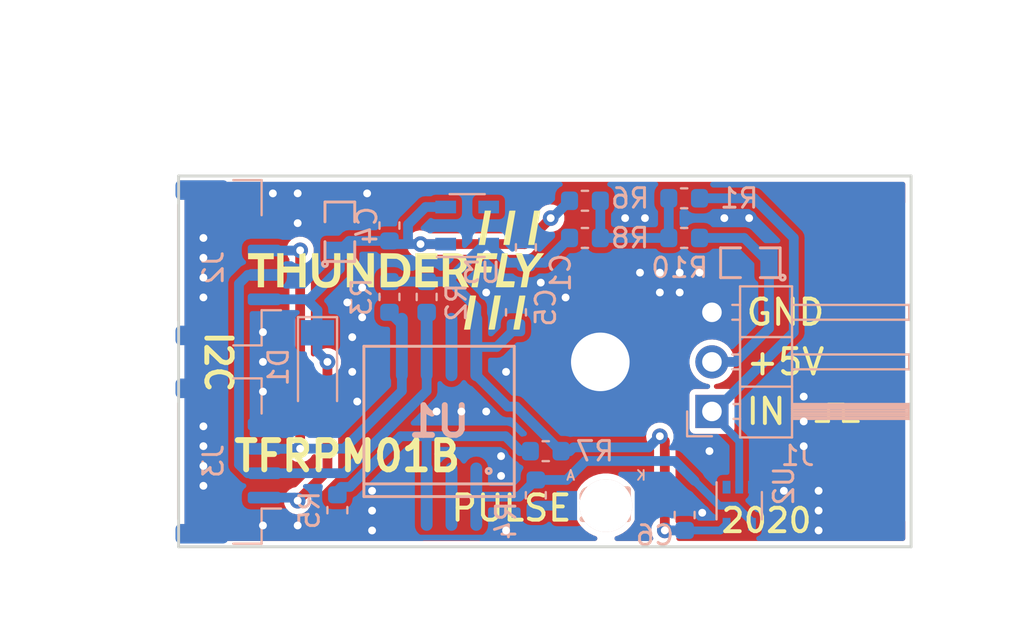
<source format=kicad_pcb>
(kicad_pcb (version 20191123) (host pcbnew "(5.99.0-494-g9b7d4e274)")

  (general
    (thickness 1.6)
    (drawings 21)
    (tracks 184)
    (modules 25)
    (nets 15)
  )

  (page "A4")
  (title_block
    (title "NAME")
    (date "%d. %m. %Y")
    (rev "REV")
    (company "Mlab www.mlab.cz")
    (comment 1 "VERSION")
    (comment 2 "Short description\\nTwo lines are maximum")
    (comment 3 "nickname <email@example.com>")
  )

  (layers
    (0 "F.Cu" jumper)
    (31 "B.Cu" signal)
    (36 "B.SilkS" user)
    (37 "F.SilkS" user)
    (38 "B.Mask" user)
    (39 "F.Mask" user)
    (40 "Dwgs.User" user)
    (44 "Edge.Cuts" user)
    (45 "Margin" user)
    (46 "B.CrtYd" user)
    (47 "F.CrtYd" user)
    (48 "B.Fab" user)
    (49 "F.Fab" user)
  )

  (setup
    (stackup
      (layer "F.SilkS" (type "Top Silk Screen"))
      (layer "F.Mask" (type "Top Solder Mask") (color "Green") (thickness 0.01))
      (layer "F.Cu" (type "copper") (thickness 0.035))
      (layer "dielectric 1" (type "core") (thickness 1.51) (material "FR4") (epsilon_r 4.5) (loss_tangent 0.02))
      (layer "B.Cu" (type "copper") (thickness 0.035))
      (layer "B.Mask" (type "Bottom Solder Mask") (color "Green") (thickness 0.01))
      (layer "B.SilkS" (type "Bottom Silk Screen"))
      (copper_finish "None")
      (dielectric_constraints no)
    )
    (last_trace_width 0.45)
    (user_trace_width 0.3)
    (user_trace_width 0.4)
    (user_trace_width 0.5)
    (user_trace_width 1)
    (trace_clearance 0.2)
    (zone_clearance 0.3)
    (zone_45_only no)
    (trace_min 0.2)
    (via_size 0.8)
    (via_drill 0.4)
    (via_min_size 0.4)
    (via_min_drill 0.3)
    (uvia_size 0.3)
    (uvia_drill 0.1)
    (uvias_allowed no)
    (uvia_min_size 0.2)
    (uvia_min_drill 0.1)
    (max_error 0.005)
    (defaults
      (edge_clearance 0.01)
      (edge_cuts_line_width 0.15)
      (courtyard_line_width 0.05)
      (copper_line_width 0.2)
      (copper_text_dims (size 1.5 1.5) (thickness 0.3))
      (silk_line_width 0.15)
      (silk_text_dims (size 1 1) (thickness 0.15))
      (other_layers_line_width 0.1)
      (other_layers_text_dims (size 1 1) (thickness 0.15))
    )
    (pad_size 0.7 0.51)
    (pad_drill 0)
    (pad_to_mask_clearance 0.2)
    (aux_axis_origin 126.746 136.906)
    (grid_origin 126.746 136.906)
    (visible_elements 7FFFFF7F)
    (pcbplotparams
      (layerselection 0x010e0_ffffffff)
      (usegerberextensions false)
      (usegerberattributes false)
      (usegerberadvancedattributes true)
      (creategerberjobfile false)
      (excludeedgelayer true)
      (linewidth 0.150000)
      (plotframeref false)
      (viasonmask false)
      (mode 1)
      (useauxorigin false)
      (hpglpennumber 1)
      (hpglpenspeed 20)
      (hpglpendiameter 15.000000)
      (psnegative false)
      (psa4output false)
      (plotreference true)
      (plotvalue true)
      (plotinvisibletext false)
      (padsonsilk true)
      (subtractmaskfromsilk false)
      (outputformat 1)
      (mirror false)
      (drillshape 0)
      (scaleselection 1)
      (outputdirectory "../cam_profi/")
    )
  )

  (net 0 "")
  (net 1 "GND")
  (net 2 "Net-(C2-Pad1)")
  (net 3 "Net-(D2-Pad2)")
  (net 4 "/COUNT")
  (net 5 "+3V3")
  (net 6 "+5V")
  (net 7 "/SDA")
  (net 8 "/SCL")
  (net 9 "Net-(R1-Pad1)")
  (net 10 "Net-(R4-Pad1)")
  (net 11 "Net-(R5-Pad1)")
  (net 12 "Net-(U1-Pad7)")
  (net 13 "Net-(U1-Pad2)")
  (net 14 "Net-(U3-Pad4)")

  (net_class "Default" "This is the default net class."
    (clearance 0.2)
    (trace_width 0.45)
    (via_dia 0.8)
    (via_drill 0.4)
    (uvia_dia 0.3)
    (uvia_drill 0.1)
    (add_net "+3V3")
    (add_net "+5V")
    (add_net "/COUNT")
    (add_net "/SCL")
    (add_net "/SDA")
    (add_net "GND")
    (add_net "Net-(C2-Pad1)")
    (add_net "Net-(D2-Pad2)")
    (add_net "Net-(R1-Pad1)")
    (add_net "Net-(R4-Pad1)")
    (add_net "Net-(R5-Pad1)")
    (add_net "Net-(U1-Pad2)")
    (add_net "Net-(U1-Pad7)")
    (add_net "Net-(U3-Pad4)")
  )

  (net_class "Vcc" ""
    (clearance 0.2)
    (trace_width 0.55)
    (via_dia 0.8)
    (via_drill 0.4)
    (uvia_dia 0.3)
    (uvia_drill 0.1)
  )

  (module "Mlab_D:LED_1206" (layer "B.Cu") (tedit 5EEC6D7F) (tstamp 5EEC6E5A)
    (at 132.874 139.697096)
    (descr "Diode Mini-MELF Standard")
    (tags "Diode Mini-MELF Standard")
    (path "/5B1BC617")
    (attr smd)
    (fp_text reference "D2" (at 0 0) (layer "B.SilkS")
      (effects (font (size 1.524 1.524) (thickness 0.3048)) (justify mirror))
    )
    (fp_text value "LED RED" (at 0 -3.81) (layer "B.SilkS") hide
      (effects (font (size 1.524 1.524) (thickness 0.3048)) (justify mirror))
    )
    (fp_text user "A" (at -1.80086 -1.5494) (layer "B.SilkS")
      (effects (font (size 0.50038 0.50038) (thickness 0.09906)) (justify mirror))
    )
    (fp_text user "K" (at 1.80086 -1.5494) (layer "B.SilkS")
      (effects (font (size 0.50038 0.50038) (thickness 0.09906)) (justify mirror))
    )
    (fp_text user "%R" (at 0 0) (layer "B.Fab")
      (effects (font (size 1.27 1.27) (thickness 0.15)) (justify mirror))
    )
    (fp_line (start -2.5146 -1.4224) (end -2.5146 1.4224) (layer "B.Fab") (width 0.15))
    (fp_line (start 2.4384 -1.4224) (end -2.5146 -1.4224) (layer "B.Fab") (width 0.15))
    (fp_line (start 2.5146 1.4224) (end 2.5146 -1.4224) (layer "B.Fab") (width 0.15))
    (fp_line (start -2.4638 1.4224) (end 2.4892 1.4224) (layer "B.Fab") (width 0.15))
    (fp_text user "K" (at 1.8542 -0.0508) (layer "B.Fab")
      (effects (font (size 1.27 1.27) (thickness 0.15)) (justify mirror))
    )
    (fp_text user "K" (at 2.032 -0.0508 unlocked) (layer "F.Fab")
      (effects (font (size 1 1) (thickness 0.15)))
    )
    (pad "" np_thru_hole circle (at 0 0) (size 2.7 2.7) (drill 2.7) (layers *.Cu *.Mask "B.SilkS"))
    (pad "1" smd rect (at 2 0) (size 1.05 1.5) (layers "B.Cu" "B.Paste" "B.Mask")
      (net 1 "GND"))
    (pad "2" smd rect (at -2 0) (size 1.05 1.5) (layers "B.Cu" "B.Paste" "B.Mask")
      (net 3 "Net-(D2-Pad2)"))
    (model "${KISYS3DMOD}/LED_SMD.3dshapes/LED_1206_3216Metric.wrl"
      (offset (xyz -0 0 0.5))
      (scale (xyz 1 1 1))
      (rotate (xyz 0 180 0))
    )
  )

  (module "Mlab_IO:SOT176-1" (layer "B.Cu") (tedit 5DFB28BD) (tstamp 5DEFD5E6)
    (at 124.333 135.382 180)
    (descr "SO-8 Surface Mount Small Outline 150mil 8pin Package")
    (path "/59FF55BA")
    (fp_text reference "U1" (at 0 0) (layer "B.SilkS")
      (effects (font (size 1.524 1.524) (thickness 0.3048)) (justify mirror))
    )
    (fp_text value "PCF8583" (at 0 0) (layer "B.SilkS") hide
      (effects (font (size 1.524 1.524) (thickness 0.3048)) (justify mirror))
    )
    (fp_line (start 3.85 -3.85) (end 3.85 3.85) (layer "B.SilkS") (width 0.15))
    (fp_circle (center -2.54 -2.54) (end -2.413 -2.54) (layer "B.Fab") (width 0.15))
    (fp_line (start -3.85 -3.2) (end 3.85 -3.2) (layer "B.Fab") (width 0.15))
    (fp_line (start -3.85 -3.85) (end 3.85 -3.85) (layer "B.Fab") (width 0.15))
    (fp_line (start -3.85 -3.85) (end -3.85 3.85) (layer "B.Fab") (width 0.15))
    (fp_line (start -3.85 3.85) (end 3.85 3.85) (layer "B.Fab") (width 0.15))
    (fp_circle (center -2.54 -2.54) (end -2.413 -2.54) (layer "B.SilkS") (width 0.15))
    (fp_line (start -3.85 -3.2) (end 3.85 -3.2) (layer "B.SilkS") (width 0.15))
    (fp_line (start -3.85 3.85) (end 3.85 3.85) (layer "B.SilkS") (width 0.15))
    (fp_line (start -3.85 -3.85) (end 3.85 -3.85) (layer "B.SilkS") (width 0.15))
    (fp_line (start -3.85 -3.85) (end -3.85 3.85) (layer "B.SilkS") (width 0.15))
    (fp_line (start 3.85 -3.85) (end 3.85 3.85) (layer "B.Fab") (width 0.15))
    (fp_text user "%R" (at 0 0 180 unlocked) (layer "B.Fab")
      (effects (font (size 1.524 1.524) (thickness 0.3)) (justify mirror))
    )
    (pad "1" smd oval (at -1.905 -3.854 180) (size 0.6096 3.5) (layers "B.Cu" "B.Mask")
      (net 10 "Net-(R4-Pad1)"))
    (pad "2" smd oval (at -0.635 -3.854 180) (size 0.6096 3.5) (layers "B.Cu" "B.Mask")
      (net 13 "Net-(U1-Pad2)"))
    (pad "3" smd oval (at 0.635 -3.854 180) (size 0.6096 3.5) (layers "B.Cu" "B.Mask")
      (net 11 "Net-(R5-Pad1)"))
    (pad "4" smd oval (at 1.91 -3.854 180) (size 0.6096 3.5) (layers "B.Cu" "B.Mask")
      (net 1 "GND"))
    (pad "5" smd oval (at 1.905 3.814 180) (size 0.6096 3.5) (layers "B.Cu" "B.Mask")
      (net 7 "/SDA"))
    (pad "6" smd oval (at 0.635 3.814 180) (size 0.6096 3.5) (layers "B.Cu" "B.Mask")
      (net 8 "/SCL"))
    (pad "7" smd oval (at -0.635 3.814 180) (size 0.6096 3.5) (layers "B.Cu" "B.Mask")
      (net 12 "Net-(U1-Pad7)"))
    (pad "8" smd oval (at -1.905 3.814 180) (size 0.6096 3.5) (layers "B.Cu" "B.Mask")
      (net 5 "+3V3"))
    (model "MLAB_3D/IO/cms_so8.wrl"
      (at (xyz 0 0 0))
      (scale (xyz 0.5 0.4 0.45))
      (rotate (xyz 0 0 0))
    )
  )

  (module "Package_TO_SOT_SMD:SOT-353_SC-70-5" (layer "B.Cu") (tedit 5A02FF57) (tstamp 5DFB874E)
    (at 139.7 139.7 -90)
    (descr "SOT-353, SC-70-5")
    (tags "SOT-353 SC-70-5")
    (path "/5B1B4DEA")
    (attr smd)
    (fp_text reference "U2" (at -1.016 -2.286 -90) (layer "B.SilkS")
      (effects (font (size 1 1) (thickness 0.15)) (justify mirror))
    )
    (fp_text value "74AHC1G14GV" (at 0 -2 90) (layer "B.Fab") hide
      (effects (font (size 1 1) (thickness 0.15)) (justify mirror))
    )
    (fp_line (start -0.175 1.1) (end -0.675 0.6) (layer "B.Fab") (width 0.1))
    (fp_line (start 0.675 -1.1) (end -0.675 -1.1) (layer "B.Fab") (width 0.1))
    (fp_line (start 0.675 1.1) (end 0.675 -1.1) (layer "B.Fab") (width 0.1))
    (fp_line (start -1.6 -1.4) (end 1.6 -1.4) (layer "B.CrtYd") (width 0.05))
    (fp_line (start -0.675 0.6) (end -0.675 -1.1) (layer "B.Fab") (width 0.1))
    (fp_line (start 0.675 1.1) (end -0.175 1.1) (layer "B.Fab") (width 0.1))
    (fp_line (start -1.6 1.4) (end 1.6 1.4) (layer "B.CrtYd") (width 0.05))
    (fp_line (start -1.6 1.4) (end -1.6 -1.4) (layer "B.CrtYd") (width 0.05))
    (fp_line (start 1.6 -1.4) (end 1.6 1.4) (layer "B.CrtYd") (width 0.05))
    (fp_line (start -0.7 -1.16) (end 0.7 -1.16) (layer "B.SilkS") (width 0.12))
    (fp_line (start 0.7 1.16) (end -1.2 1.16) (layer "B.SilkS") (width 0.12))
    (fp_text user "%R" (at 0 0) (layer "B.Fab")
      (effects (font (size 0.5 0.5) (thickness 0.075)) (justify mirror))
    )
    (pad "5" smd rect (at 0.95 0.65 270) (size 0.65 0.4) (layers "B.Cu" "B.Paste" "B.Mask")
      (net 5 "+3V3"))
    (pad "4" smd rect (at 0.95 -0.65 270) (size 0.65 0.4) (layers "B.Cu" "B.Paste" "B.Mask")
      (net 10 "Net-(R4-Pad1)"))
    (pad "2" smd rect (at -0.95 0 270) (size 0.65 0.4) (layers "B.Cu" "B.Paste" "B.Mask")
      (net 4 "/COUNT"))
    (pad "3" smd rect (at -0.95 -0.65 270) (size 0.65 0.4) (layers "B.Cu" "B.Paste" "B.Mask")
      (net 1 "GND"))
    (pad "1" smd rect (at -0.95 0.65 270) (size 0.65 0.4) (layers "B.Cu" "B.Paste" "B.Mask"))
    (model "${KISYS3DMOD}/Package_TO_SOT_SMD.3dshapes/SOT-353_SC-70-5.wrl"
      (at (xyz 0 0 0))
      (scale (xyz 1 1 1))
      (rotate (xyz 0 0 0))
    )
  )

  (module "LOGO" (layer "F.Cu") (tedit 0) (tstamp 5DEFD6A1)
    (at 122.047 127.635)
    (fp_text reference "G***" (at 0 0) (layer "F.SilkS") hide
      (effects (font (size 1.524 1.524) (thickness 0.3)))
    )
    (fp_text value "LOGO" (at 0.75 0) (layer "F.SilkS") hide
      (effects (font (size 1.524 1.524) (thickness 0.3)))
    )
    (fp_poly (pts (xy 4.092833 1.295484) (xy 4.139835 1.297299) (xy 4.168916 1.300549) (xy 4.18217 1.305408)
      (xy 4.183529 1.308203) (xy 4.181655 1.320963) (xy 4.17623 1.353836) (xy 4.167543 1.405133)
      (xy 4.155888 1.473169) (xy 4.141556 1.556255) (xy 4.124839 1.652707) (xy 4.106029 1.760836)
      (xy 4.085418 1.878955) (xy 4.063298 2.005379) (xy 4.03996 2.13842) (xy 4.034117 2.171678)
      (xy 4.010534 2.306005) (xy 3.988096 2.434073) (xy 3.967096 2.554201) (xy 3.947824 2.664709)
      (xy 3.930572 2.763916) (xy 3.915632 2.850141) (xy 3.903295 2.921705) (xy 3.893854 2.976926)
      (xy 3.887599 3.014125) (xy 3.884822 3.03162) (xy 3.884705 3.032713) (xy 3.874043 3.037055)
      (xy 3.843644 3.040416) (xy 3.795892 3.042637) (xy 3.73317 3.043557) (xy 3.722843 3.043573)
      (xy 3.56098 3.043573) (xy 3.566726 3.013137) (xy 3.569514 2.997593) (xy 3.575814 2.961985)
      (xy 3.58532 2.908052) (xy 3.597725 2.837535) (xy 3.612726 2.752173) (xy 3.630015 2.653706)
      (xy 3.649288 2.543872) (xy 3.670239 2.424413) (xy 3.692562 2.297067) (xy 3.715953 2.163574)
      (xy 3.720288 2.138826) (xy 3.868104 1.29495) (xy 4.025817 1.294926)) (layer "F.SilkS") (width 0))
    (fp_poly (pts (xy 5.441626 1.319804) (xy 5.438795 1.334483) (xy 5.432467 1.369227) (xy 5.422952 1.422297)
      (xy 5.410555 1.49195) (xy 5.395586 1.576448) (xy 5.378351 1.674049) (xy 5.359158 1.783012)
      (xy 5.338316 1.901599) (xy 5.316132 2.028067) (xy 5.292914 2.160676) (xy 5.290448 2.174771)
      (xy 5.26716 2.307754) (xy 5.24488 2.434651) (xy 5.223913 2.553738) (xy 5.204567 2.663289)
      (xy 5.187149 2.761579) (xy 5.171963 2.846882) (xy 5.159318 2.917473) (xy 5.149519 2.971626)
      (xy 5.142873 3.007616) (xy 5.139687 3.023717) (xy 5.13956 3.024205) (xy 5.13522 3.031861)
      (xy 5.125194 3.037206) (xy 5.106051 3.040646) (xy 5.074362 3.042583) (xy 5.026696 3.043421)
      (xy 4.975148 3.043573) (xy 4.912895 3.043371) (xy 4.869557 3.042496) (xy 4.841916 3.040543)
      (xy 4.826754 3.037109) (xy 4.820853 3.031788) (xy 4.820987 3.024205) (xy 4.82358 3.010419)
      (xy 4.829672 2.976559) (xy 4.838956 2.924356) (xy 4.851129 2.855542) (xy 4.865886 2.771848)
      (xy 4.882921 2.675005) (xy 4.901929 2.566746) (xy 4.922606 2.448801) (xy 4.944648 2.322902)
      (xy 4.967748 2.190781) (xy 4.969578 2.180305) (xy 4.992804 2.047435) (xy 5.015031 1.920401)
      (xy 5.03595 1.800966) (xy 5.055253 1.690891) (xy 5.072628 1.591939) (xy 5.087766 1.505872)
      (xy 5.100358 1.434452) (xy 5.110095 1.37944) (xy 5.116665 1.3426) (xy 5.11976 1.325693)
      (xy 5.119831 1.325337) (xy 5.126028 1.294902) (xy 5.447628 1.294902)) (layer "F.SilkS") (width 0))
    (fp_poly (pts (xy 6.65509 1.296443) (xy 6.682911 1.297931) (xy 6.698602 1.301175) (xy 6.705494 1.306517)
      (xy 6.706928 1.313517) (xy 6.705049 1.327232) (xy 6.699609 1.361041) (xy 6.690901 1.41324)
      (xy 6.679218 1.482126) (xy 6.664852 1.565996) (xy 6.648097 1.663148) (xy 6.629245 1.771876)
      (xy 6.608591 1.89048) (xy 6.586426 2.017254) (xy 6.563044 2.150496) (xy 6.557516 2.181931)
      (xy 6.533933 2.316041) (xy 6.511496 2.44379) (xy 6.490496 2.563508) (xy 6.471224 2.673525)
      (xy 6.453973 2.772173) (xy 6.439033 2.857782) (xy 6.426696 2.928682) (xy 6.417254 2.983204)
      (xy 6.410998 3.019679) (xy 6.408221 3.036436) (xy 6.408104 3.037347) (xy 6.397686 3.039548)
      (xy 6.369024 3.041408) (xy 6.326009 3.042774) (xy 6.272534 3.043497) (xy 6.247625 3.043573)
      (xy 6.190941 3.043034) (xy 6.143121 3.041553) (xy 6.108037 3.039329) (xy 6.089562 3.036565)
      (xy 6.087688 3.035272) (xy 6.08965 3.023324) (xy 6.095168 2.991238) (xy 6.103952 2.940676)
      (xy 6.115709 2.873297) (xy 6.130151 2.790762) (xy 6.146984 2.694733) (xy 6.16592 2.58687)
      (xy 6.186666 2.468833) (xy 6.208931 2.342283) (xy 6.232425 2.208881) (xy 6.240387 2.163703)
      (xy 6.392543 1.300435) (xy 6.549735 1.297365) (xy 6.611809 1.296368)) (layer "F.SilkS") (width 0))
    (fp_poly (pts (xy -3.893305 -0.296057) (xy -3.892452 -0.167914) (xy -3.891629 -0.059906) (xy -3.890749 0.029966)
      (xy -3.889724 0.103703) (xy -3.888468 0.163304) (xy -3.886895 0.210769) (xy -3.884918 0.248097)
      (xy -3.88245 0.277288) (xy -3.879405 0.300342) (xy -3.875695 0.319259) (xy -3.871235 0.336039)
      (xy -3.865938 0.35268) (xy -3.865084 0.355233) (xy -3.827138 0.439125) (xy -3.775394 0.505713)
      (xy -3.709871 0.554987) (xy -3.63059 0.586935) (xy -3.537569 0.601548) (xy -3.430829 0.598814)
      (xy -3.423209 0.598013) (xy -3.335373 0.58005) (xy -3.262008 0.546605) (xy -3.202473 0.496966)
      (xy -3.156126 0.430422) (xy -3.122327 0.346261) (xy -3.100434 0.243772) (xy -3.099757 0.238996)
      (xy -3.096934 0.206965) (xy -3.094417 0.154838) (xy -3.092248 0.084652) (xy -3.090467 -0.001555)
      (xy -3.089113 -0.101745) (xy -3.088229 -0.213882) (xy -3.087854 -0.335928) (xy -3.087844 -0.360496)
      (xy -3.087844 -0.874336) (xy -2.766885 -0.874336) (xy -2.766885 -0.332827) (xy -2.767031 -0.19391)
      (xy -2.76756 -0.075) (xy -2.768611 0.026032) (xy -2.770319 0.111314) (xy -2.772822 0.182971)
      (xy -2.776258 0.243133) (xy -2.780763 0.293927) (xy -2.786475 0.33748) (xy -2.793532 0.37592)
      (xy -2.802069 0.411375) (xy -2.812225 0.445971) (xy -2.818325 0.46473) (xy -2.866194 0.578184)
      (xy -2.92863 0.675002) (xy -3.005851 0.755405) (xy -3.098074 0.819609) (xy -3.205516 0.867832)
      (xy -3.226188 0.874736) (xy -3.286782 0.888858) (xy -3.362571 0.898773) (xy -3.446984 0.904318)
      (xy -3.533452 0.905328) (xy -3.615406 0.901642) (xy -3.686278 0.893094) (xy -3.715592 0.886924)
      (xy -3.83057 0.847846) (xy -3.930745 0.792597) (xy -4.016448 0.720845) (xy -4.08801 0.632262)
      (xy -4.145765 0.526518) (xy -4.185013 0.420385) (xy -4.190461 0.401895) (xy -4.195074 0.383957)
      (xy -4.198936 0.364601) (xy -4.20213 0.341855) (xy -4.204739 0.313749) (xy -4.206845 0.278312)
      (xy -4.208532 0.233572) (xy -4.209884 0.177559) (xy -4.210982 0.108301) (xy -4.21191 0.023829)
      (xy -4.212752 -0.077829) (xy -4.21359 -0.198645) (xy -4.214043 -0.268388) (xy -4.217944 -0.874336)
      (xy -3.897035 -0.874336)) (layer "F.SilkS") (width 0))
    (fp_poly (pts (xy -6.175687 -0.564445) (xy -6.673726 -0.564445) (xy -6.673726 0.874335) (xy -6.994685 0.874335)
      (xy -6.994685 -0.564445) (xy -7.492724 -0.564445) (xy -7.492724 -0.874336) (xy -6.175687 -0.874336)) (layer "F.SilkS") (width 0))
    (fp_poly (pts (xy -5.677648 -0.188148) (xy -4.869717 -0.188148) (xy -4.869717 -0.874336) (xy -4.548759 -0.874336)
      (xy -4.548759 0.874335) (xy -4.869717 0.874335) (xy -4.869717 0.121743) (xy -5.677648 0.121743)
      (xy -5.677648 0.874335) (xy -5.998606 0.874335) (xy -5.998606 -0.874336) (xy -5.677648 -0.874336)) (layer "F.SilkS") (width 0))
    (fp_poly (pts (xy -1.744355 -0.312658) (xy -1.372448 0.249019) (xy -1.372412 -0.312658) (xy -1.372375 -0.874336)
      (xy -1.051417 -0.874336) (xy -1.051417 0.874335) (xy -1.313448 0.874335) (xy -2.113876 -0.326493)
      (xy -2.1139 0.874335) (xy -2.434859 0.874335) (xy -2.434859 -0.874336) (xy -2.116262 -0.874336)) (layer "F.SilkS") (width 0))
    (fp_poly (pts (xy -0.273922 -0.871411) (xy -0.158499 -0.870109) (xy -0.062523 -0.86866) (xy 0.016695 -0.866685)
      (xy 0.081841 -0.863807) (xy 0.135603 -0.859646) (xy 0.180669 -0.853823) (xy 0.219725 -0.84596)
      (xy 0.255461 -0.835679) (xy 0.290562 -0.8226) (xy 0.327717 -0.806345) (xy 0.369613 -0.786536)
      (xy 0.386616 -0.778344) (xy 0.440419 -0.75073) (xy 0.483967 -0.723515) (xy 0.524796 -0.691251)
      (xy 0.570443 -0.648488) (xy 0.581836 -0.637174) (xy 0.627651 -0.589438) (xy 0.661773 -0.548161)
      (xy 0.689657 -0.505803) (xy 0.716756 -0.454823) (xy 0.723031 -0.441955) (xy 0.753538 -0.376234)
      (xy 0.776351 -0.319416) (xy 0.792552 -0.266183) (xy 0.803222 -0.211218) (xy 0.809441 -0.149203)
      (xy 0.812291 -0.074821) (xy 0.812872 0) (xy 0.811982 0.089037) (xy 0.808589 0.16125)
      (xy 0.801613 0.221906) (xy 0.789972 0.276271) (xy 0.772584 0.32961) (xy 0.748369 0.387189)
      (xy 0.721952 0.442701) (xy 0.656783 0.550757) (xy 0.574605 0.645652) (xy 0.477334 0.725705)
      (xy 0.366888 0.789235) (xy 0.292179 0.819746) (xy 0.250252 0.833685) (xy 0.210118 0.845064)
      (xy 0.16896 0.854136) (xy 0.123956 0.861153) (xy 0.072287 0.86637) (xy 0.011134 0.870038)
      (xy -0.062324 0.87241) (xy -0.150906 0.873741) (xy -0.257432 0.874282) (xy -0.316399 0.874335)
      (xy -0.697255 0.874335) (xy -0.697255 0.58842) (xy -0.376297 0.58842) (xy 0.116209 0.581046)
      (xy 0.190369 0.545913) (xy 0.275366 0.49445) (xy 0.344763 0.42787) (xy 0.398678 0.345945)
      (xy 0.437227 0.248447) (xy 0.460525 0.135149) (xy 0.468688 0.005823) (xy 0.468702 0)
      (xy 0.461175 -0.130009) (xy 0.43852 -0.24398) (xy 0.400618 -0.342141) (xy 0.347355 -0.42472)
      (xy 0.278614 -0.491944) (xy 0.194279 -0.544041) (xy 0.190369 -0.545913) (xy 0.116209 -0.581046)
      (xy -0.130044 -0.584574) (xy -0.376297 -0.588101) (xy -0.376297 0.58842) (xy -0.697255 0.58842)
      (xy -0.697255 -0.875962)) (layer "F.SilkS") (width 0))
    (fp_poly (pts (xy 2.20244 -0.564445) (xy 1.405577 -0.564445) (xy 1.405577 -0.188148) (xy 2.014291 -0.188148)
      (xy 2.014291 0.121743) (xy 1.405577 0.121743) (xy 1.405577 0.564444) (xy 2.224575 0.564444)
      (xy 2.224575 0.874335) (xy 1.073551 0.874335) (xy 1.073551 -0.874336) (xy 2.20244 -0.874336)) (layer "F.SilkS") (width 0))
    (fp_poly (pts (xy 2.963021 -0.874238) (xy 3.047461 -0.873856) (xy 3.11525 -0.873061) (xy 3.169128 -0.871721)
      (xy 3.211839 -0.869705) (xy 3.246123 -0.866883) (xy 3.274722 -0.863124) (xy 3.300378 -0.858296)
      (xy 3.325832 -0.85227) (xy 3.326791 -0.852026) (xy 3.435303 -0.815603) (xy 3.526004 -0.766064)
      (xy 3.599061 -0.703196) (xy 3.654638 -0.626787) (xy 3.6929 -0.536622) (xy 3.714013 -0.432489)
      (xy 3.718692 -0.34581) (xy 3.710664 -0.234385) (xy 3.68609 -0.136932) (xy 3.644235 -0.051931)
      (xy 3.584363 0.022135) (xy 3.511197 0.083006) (xy 3.475631 0.108735) (xy 3.448216 0.13013)
      (xy 3.433169 0.143834) (xy 3.431555 0.146449) (xy 3.436444 0.157549) (xy 3.450456 0.185494)
      (xy 3.472195 0.22765) (xy 3.500263 0.281388) (xy 3.533265 0.344074) (xy 3.569803 0.413077)
      (xy 3.608481 0.485766) (xy 3.647903 0.559509) (xy 3.686673 0.631673) (xy 3.723393 0.699628)
      (xy 3.756667 0.760742) (xy 3.781098 0.805163) (xy 3.819384 0.874335) (xy 3.638994 0.874102)
      (xy 3.458605 0.873868) (xy 3.290803 0.550376) (xy 3.123002 0.226884) (xy 2.961544 0.223822)
      (xy 2.800087 0.220759) (xy 2.800087 0.874335) (xy 2.479128 0.874335) (xy 2.479128 -0.042039)
      (xy 2.800087 -0.042039) (xy 2.985468 -0.045921) (xy 3.054005 -0.047503) (xy 3.104704 -0.049366)
      (xy 3.141856 -0.052143) (xy 3.169755 -0.056469) (xy 3.192695 -0.062977) (xy 3.214968 -0.072299)
      (xy 3.236774 -0.083007) (xy 3.300265 -0.123584) (xy 3.344591 -0.172745) (xy 3.371909 -0.233129)
      (xy 3.377372 -0.255067) (xy 3.385826 -0.337933) (xy 3.376012 -0.413511) (xy 3.348924 -0.479407)
      (xy 3.305554 -0.533227) (xy 3.246897 -0.572578) (xy 3.245351 -0.573305) (xy 3.220815 -0.584166)
      (xy 3.198029 -0.592106) (xy 3.17278 -0.597682) (xy 3.140851 -0.60145) (xy 3.098029 -0.603968)
      (xy 3.040097 -0.605792) (xy 2.991002 -0.606897) (xy 2.800087 -0.610905) (xy 2.800087 -0.042039)
      (xy 2.479128 -0.042039) (xy 2.479128 -0.874336) (xy 2.859188 -0.874336)) (layer "F.SilkS") (width 0))
    (fp_poly (pts (xy 4.866459 -0.874139) (xy 4.964031 -0.873653) (xy 5.052357 -0.872881) (xy 5.129268 -0.871857)
      (xy 5.192596 -0.870616) (xy 5.240172 -0.869193) (xy 5.269828 -0.867622) (xy 5.279428 -0.866035)
      (xy 5.277748 -0.852606) (xy 5.272996 -0.821654) (xy 5.265855 -0.77747) (xy 5.257009 -0.724344)
      (xy 5.254793 -0.711238) (xy 5.229945 -0.564741) (xy 4.870569 -0.561826) (xy 4.511194 -0.558911)
      (xy 4.480707 -0.392898) (xy 4.47002 -0.333654) (xy 4.460896 -0.281098) (xy 4.45406 -0.239558)
      (xy 4.450237 -0.213366) (xy 4.449686 -0.207517) (xy 4.450894 -0.201539) (xy 4.456572 -0.19693)
      (xy 4.469239 -0.193513) (xy 4.491414 -0.191113) (xy 4.525619 -0.189553) (xy 4.574373 -0.188656)
      (xy 4.640196 -0.188247) (xy 4.725608 -0.188148) (xy 4.726584 -0.188148) (xy 4.812074 -0.18806)
      (xy 4.877902 -0.187677) (xy 4.926543 -0.186823) (xy 4.960469 -0.185323) (xy 4.982154 -0.182998)
      (xy 4.994072 -0.179675) (xy 4.998696 -0.175175) (xy 4.9985 -0.169324) (xy 4.998347 -0.16878)
      (xy 4.994661 -0.152126) (xy 4.988314 -0.119606) (xy 4.980252 -0.07647) (xy 4.971417 -0.027969)
      (xy 4.962755 0.020647) (xy 4.955209 0.064127) (xy 4.949724 0.09722) (xy 4.947244 0.114678)
      (xy 4.947189 0.115689) (xy 4.936613 0.117337) (xy 4.906851 0.118815) (xy 4.860852 0.12006)
      (xy 4.801563 0.121008) (xy 4.731935 0.121594) (xy 4.667734 0.12176) (xy 4.388278 0.121778)
      (xy 4.345706 0.368013) (xy 4.33166 0.449181) (xy 4.317261 0.532246) (xy 4.303495 0.611544)
      (xy 4.291343 0.681414) (xy 4.281788 0.736192) (xy 4.280372 0.744292) (xy 4.257609 0.874335)
      (xy 4.097536 0.874335) (xy 4.035157 0.874247) (xy 3.991651 0.873635) (xy 3.963754 0.871976)
      (xy 3.948204 0.868747) (xy 3.941739 0.863425) (xy 3.941096 0.855488) (xy 3.942113 0.849433)
      (xy 3.944722 0.834799) (xy 3.950849 0.80008) (xy 3.96019 0.746995) (xy 3.972444 0.677263)
      (xy 3.98731 0.592603) (xy 4.004486 0.494733) (xy 4.02367 0.385372) (xy 4.044561 0.266239)
      (xy 4.066856 0.139052) (xy 4.090255 0.005531) (xy 4.095582 -0.024871) (xy 4.2444 -0.874274)
      (xy 4.761808 -0.874305)) (layer "F.SilkS") (width 0))
    (fp_poly (pts (xy 5.64423 -0.872207) (xy 5.662782 -0.871882) (xy 5.816993 -0.868802) (xy 5.698554 -0.193682)
      (xy 5.677414 -0.073128) (xy 5.657267 0.041863) (xy 5.638465 0.149282) (xy 5.621357 0.24712)
      (xy 5.606295 0.333367) (xy 5.59363 0.406014) (xy 5.583712 0.463051) (xy 5.576893 0.502468)
      (xy 5.573524 0.522257) (xy 5.573413 0.522941) (xy 5.56671 0.564444) (xy 5.865664 0.564444)
      (xy 5.955244 0.564552) (xy 6.025095 0.564972) (xy 6.077623 0.565849) (xy 6.115234 0.567329)
      (xy 6.140333 0.569557) (xy 6.155325 0.572679) (xy 6.162617 0.57684) (xy 6.164614 0.582185)
      (xy 6.164618 0.582508) (xy 6.162767 0.59993) (xy 6.157719 0.634263) (xy 6.150231 0.680642)
      (xy 6.141063 0.734197) (xy 6.14049 0.737453) (xy 6.116361 0.874335) (xy 5.653518 0.874335)
      (xy 5.554736 0.874271) (xy 5.463178 0.874089) (xy 5.381132 0.873802) (xy 5.310887 0.873423)
      (xy 5.254733 0.872967) (xy 5.214958 0.872447) (xy 5.193852 0.871877) (xy 5.191014 0.871568)
      (xy 5.193904 0.852865) (xy 5.200248 0.815101) (xy 5.209691 0.760276) (xy 5.221873 0.690387)
      (xy 5.236438 0.607432) (xy 5.253028 0.51341) (xy 5.271286 0.410318) (xy 5.290854 0.300154)
      (xy 5.311374 0.184916) (xy 5.33249 0.066603) (xy 5.353842 -0.052787) (xy 5.375075 -0.171258)
      (xy 5.395831 -0.286809) (xy 5.415751 -0.397445) (xy 5.434479 -0.501165) (xy 5.451657 -0.595974)
      (xy 5.466927 -0.679871) (xy 5.479933 -0.75086) (xy 5.490315 -0.806942) (xy 5.497718 -0.84612)
      (xy 5.501783 -0.866395) (xy 5.502427 -0.868818) (xy 5.51514 -0.870831) (xy 5.545799 -0.872119)
      (xy 5.590223 -0.872605)) (layer "F.SilkS") (width 0))
    (fp_poly (pts (xy 7.569715 -0.873666) (xy 7.617714 -0.872308) (xy 7.647752 -0.869734) (xy 7.661905 -0.865782)
      (xy 7.663116 -0.861401) (xy 7.654986 -0.850412) (xy 7.634568 -0.823597) (xy 7.603143 -0.782618)
      (xy 7.561992 -0.729138) (xy 7.512396 -0.664819) (xy 7.455636 -0.591322) (xy 7.392994 -0.510312)
      (xy 7.325751 -0.423449) (xy 7.293507 -0.38183) (xy 7.224641 -0.292926) (xy 7.159835 -0.20919)
      (xy 7.100364 -0.132273) (xy 7.047499 -0.063826) (xy 7.002515 -0.005497) (xy 6.966684 0.041062)
      (xy 6.94128 0.074201) (xy 6.927575 0.092271) (xy 6.925542 0.095082) (xy 6.922617 0.107224)
      (xy 6.916377 0.138123) (xy 6.907376 0.184745) (xy 6.896166 0.244053) (xy 6.883303 0.313012)
      (xy 6.86934 0.388584) (xy 6.854832 0.467735) (xy 6.840331 0.547427) (xy 6.826392 0.624626)
      (xy 6.81357 0.696295) (xy 6.802417 0.759398) (xy 6.793489 0.810899) (xy 6.787338 0.847762)
      (xy 6.78452 0.866951) (xy 6.7844 0.86861) (xy 6.773981 0.870633) (xy 6.745316 0.872342)
      (xy 6.702294 0.873599) (xy 6.648803 0.874265) (xy 6.62371 0.874335) (xy 6.46302 0.874335)
      (xy 6.468809 0.849433) (xy 6.472885 0.829116) (xy 6.479896 0.791155) (xy 6.489301 0.738705)
      (xy 6.500558 0.674923) (xy 6.513124 0.602965) (xy 6.526458 0.525986) (xy 6.540019 0.447142)
      (xy 6.553264 0.369589) (xy 6.565651 0.296484) (xy 6.576639 0.230982) (xy 6.585685 0.17624)
      (xy 6.592249 0.135412) (xy 6.595787 0.111656) (xy 6.596252 0.107172) (xy 6.592071 0.093823)
      (xy 6.5801 0.06222) (xy 6.561204 0.014485) (xy 6.536243 -0.047263) (xy 6.506082 -0.120901)
      (xy 6.471581 -0.20431) (xy 6.433603 -0.295368) (xy 6.401201 -0.372525) (xy 6.360896 -0.468355)
      (xy 6.323161 -0.558344) (xy 6.288887 -0.640349) (xy 6.258962 -0.712231) (xy 6.234277 -0.771846)
      (xy 6.215722 -0.817055) (xy 6.204187 -0.845715) (xy 6.200618 -0.855263) (xy 6.199919 -0.862745)
      (xy 6.204819 -0.867943) (xy 6.218438 -0.871173) (xy 6.243899 -0.872755) (xy 6.284324 -0.873003)
      (xy 6.342834 -0.872237) (xy 6.363967 -0.871865) (xy 6.532848 -0.868802) (xy 6.671106 -0.528475)
      (xy 6.704342 -0.447196) (xy 6.73515 -0.37287) (xy 6.762509 -0.307887) (xy 6.785394 -0.254636)
      (xy 6.802784 -0.215505) (xy 6.813655 -0.192883) (xy 6.816817 -0.188148) (xy 6.824841 -0.19674)
      (xy 6.844521 -0.221233) (xy 6.874389 -0.259702) (xy 6.912977 -0.310224) (xy 6.958817 -0.370875)
      (xy 7.010442 -0.439729) (xy 7.066383 -0.514863) (xy 7.078257 -0.530875) (xy 7.332244 -0.873601)
      (xy 7.501677 -0.873968)) (layer "F.SilkS") (width 0))
    (fp_poly (pts (xy 4.941814 -3.029739) (xy 4.939015 -3.015047) (xy 4.932722 -2.980295) (xy 4.923244 -2.927231)
      (xy 4.910889 -2.857601) (xy 4.895965 -2.773153) (xy 4.87878 -2.675632) (xy 4.859642 -2.566786)
      (xy 4.83886 -2.448362) (xy 4.816742 -2.322106) (xy 4.793596 -2.189765) (xy 4.791943 -2.180305)
      (xy 4.768715 -2.047436) (xy 4.746486 -1.920402) (xy 4.725566 -1.800967) (xy 4.706264 -1.690893)
      (xy 4.68889 -1.591941) (xy 4.673753 -1.505874) (xy 4.661163 -1.434453) (xy 4.651431 -1.379442)
      (xy 4.644865 -1.342601) (xy 4.641775 -1.325693) (xy 4.641704 -1.325338) (xy 4.635539 -1.294902)
      (xy 4.31394 -1.294902) (xy 4.31994 -1.319804) (xy 4.322789 -1.334562) (xy 4.329124 -1.369346)
      (xy 4.338632 -1.422378) (xy 4.350998 -1.491878) (xy 4.365907 -1.576067) (xy 4.383044 -1.673165)
      (xy 4.402096 -1.781394) (xy 4.422747 -1.898974) (xy 4.444683 -2.024125) (xy 4.46523 -2.141569)
      (xy 4.488233 -2.273055) (xy 4.510368 -2.399354) (xy 4.531303 -2.518588) (xy 4.550706 -2.628882)
      (xy 4.568246 -2.728356) (xy 4.583593 -2.815134) (xy 4.596413 -2.887338) (xy 4.606376 -2.943091)
      (xy 4.613151 -2.980516) (xy 4.616159 -2.996536) (xy 4.6278 -3.054641) (xy 4.947611 -3.054641)) (layer "F.SilkS") (width 0))
    (fp_poly (pts (xy 6.195765 -3.024205) (xy 6.193165 -3.008677) (xy 6.187041 -2.97308) (xy 6.177697 -2.919148)
      (xy 6.165434 -2.848613) (xy 6.150554 -2.763209) (xy 6.133361 -2.66467) (xy 6.114155 -2.554728)
      (xy 6.09324 -2.435117) (xy 6.070918 -2.307569) (xy 6.04749 -2.173819) (xy 6.04233 -2.144375)
      (xy 5.893464 -1.294982) (xy 5.735751 -1.294942) (xy 5.671062 -1.295362) (xy 5.625721 -1.296833)
      (xy 5.596957 -1.29961) (xy 5.581995 -1.30395) (xy 5.578039 -1.309553) (xy 5.579915 -1.32282)
      (xy 5.585307 -1.355845) (xy 5.593857 -1.406599) (xy 5.605209 -1.47305) (xy 5.619007 -1.553168)
      (xy 5.634893 -1.644924) (xy 5.652511 -1.746288) (xy 5.671504 -1.855228) (xy 5.691517 -1.969714)
      (xy 5.712191 -2.087718) (xy 5.733171 -2.207208) (xy 5.754099 -2.326153) (xy 5.77462 -2.442525)
      (xy 5.794376 -2.554293) (xy 5.813011 -2.659426) (xy 5.830169 -2.755894) (xy 5.845492 -2.841667)
      (xy 5.858624 -2.914715) (xy 5.869209 -2.973008) (xy 5.876889 -3.014516) (xy 5.881308 -3.037208)
      (xy 5.882161 -3.040806) (xy 5.891023 -3.04673) (xy 5.914093 -3.050862) (xy 5.953671 -3.053397)
      (xy 6.012057 -3.054533) (xy 6.043784 -3.054641) (xy 6.200333 -3.054641)) (layer "F.SilkS") (width 0))
    (fp_poly (pts (xy 7.367847 -3.05434) (xy 7.41553 -3.053511) (xy 7.450481 -3.052269) (xy 7.468795 -3.050725)
      (xy 7.470588 -3.050036) (xy 7.46872 -3.038257) (xy 7.463351 -3.006695) (xy 7.454836 -2.957361)
      (xy 7.443529 -2.892268) (xy 7.429784 -2.81343) (xy 7.413955 -2.722858) (xy 7.396396 -2.622566)
      (xy 7.377461 -2.514567) (xy 7.357504 -2.400873) (xy 7.33688 -2.283497) (xy 7.315943 -2.164451)
      (xy 7.295045 -2.045749) (xy 7.274543 -1.929404) (xy 7.25479 -1.817427) (xy 7.236139 -1.711832)
      (xy 7.218945 -1.614632) (xy 7.203562 -1.527839) (xy 7.190345 -1.453466) (xy 7.179647 -1.393526)
      (xy 7.171822 -1.350032) (xy 7.167225 -1.324995) (xy 7.166196 -1.319804) (xy 7.163085 -1.31007)
      (xy 7.156833 -1.303274) (xy 7.143942 -1.298887) (xy 7.120917 -1.296384) (xy 7.084262 -1.295236)
      (xy 7.03048 -1.294916) (xy 7.001043 -1.294902) (xy 6.938668 -1.295103) (xy 6.895214 -1.295974)
      (xy 6.867466 -1.297917) (xy 6.852212 -1.301334) (xy 6.846238 -1.306628) (xy 6.846331 -1.314202)
      (xy 6.846347 -1.31427) (xy 6.848942 -1.328056) (xy 6.855037 -1.361915) (xy 6.864328 -1.414117)
      (xy 6.876509 -1.48293) (xy 6.891275 -1.566622) (xy 6.908322 -1.663463) (xy 6.927343 -1.771721)
      (xy 6.948035 -1.889664) (xy 6.970091 -2.01556) (xy 6.993208 -2.147679) (xy 6.995042 -2.15817)
      (xy 7.018303 -2.291207) (xy 7.040571 -2.418533) (xy 7.061532 -2.538373) (xy 7.080878 -2.648948)
      (xy 7.098295 -2.748481) (xy 7.113474 -2.835195) (xy 7.126103 -2.907313) (xy 7.135872 -2.963056)
      (xy 7.142468 -3.000648) (xy 7.145582 -3.018311) (xy 7.145646 -3.018671) (xy 7.152093 -3.054641)
      (xy 7.31134 -3.054641)) (layer "F.SilkS") (width 0))
  )

  (module "Connector_PinHeader_2.54mm:PinHeader_1x03_P2.54mm_Horizontal" (layer "B.Cu") (tedit 59FED5CB) (tstamp 5DEFD238)
    (at 138.303 134.871096)
    (descr "Through hole angled pin header, 1x03, 2.54mm pitch, 6mm pin length, single row")
    (tags "Through hole angled pin header THT 1x03 2.54mm single row")
    (path "/5DE84EFB")
    (fp_text reference "J1" (at 4.385 2.27) (layer "B.SilkS")
      (effects (font (size 1 1) (thickness 0.15)) (justify mirror))
    )
    (fp_text value "HEADER_1x03" (at 4.385 -7.35) (layer "B.Fab") hide
      (effects (font (size 1 1) (thickness 0.15)) (justify mirror))
    )
    (fp_line (start 2.135 1.27) (end 4.04 1.27) (layer "B.Fab") (width 0.1))
    (fp_line (start 4.04 1.27) (end 4.04 -6.35) (layer "B.Fab") (width 0.1))
    (fp_line (start 4.04 -6.35) (end 1.5 -6.35) (layer "B.Fab") (width 0.1))
    (fp_line (start 1.5 -6.35) (end 1.5 0.635) (layer "B.Fab") (width 0.1))
    (fp_line (start 1.5 0.635) (end 2.135 1.27) (layer "B.Fab") (width 0.1))
    (fp_line (start -0.32 0.32) (end 1.5 0.32) (layer "B.Fab") (width 0.1))
    (fp_line (start -0.32 0.32) (end -0.32 -0.32) (layer "B.Fab") (width 0.1))
    (fp_line (start -0.32 -0.32) (end 1.5 -0.32) (layer "B.Fab") (width 0.1))
    (fp_line (start 4.04 0.32) (end 10.04 0.32) (layer "B.Fab") (width 0.1))
    (fp_line (start 10.04 0.32) (end 10.04 -0.32) (layer "B.Fab") (width 0.1))
    (fp_line (start 4.04 -0.32) (end 10.04 -0.32) (layer "B.Fab") (width 0.1))
    (fp_line (start -0.32 -2.22) (end 1.5 -2.22) (layer "B.Fab") (width 0.1))
    (fp_line (start -0.32 -2.22) (end -0.32 -2.86) (layer "B.Fab") (width 0.1))
    (fp_line (start -0.32 -2.86) (end 1.5 -2.86) (layer "B.Fab") (width 0.1))
    (fp_line (start 4.04 -2.22) (end 10.04 -2.22) (layer "B.Fab") (width 0.1))
    (fp_line (start 10.04 -2.22) (end 10.04 -2.86) (layer "B.Fab") (width 0.1))
    (fp_line (start 4.04 -2.86) (end 10.04 -2.86) (layer "B.Fab") (width 0.1))
    (fp_line (start -0.32 -4.76) (end 1.5 -4.76) (layer "B.Fab") (width 0.1))
    (fp_line (start -0.32 -4.76) (end -0.32 -5.4) (layer "B.Fab") (width 0.1))
    (fp_line (start -0.32 -5.4) (end 1.5 -5.4) (layer "B.Fab") (width 0.1))
    (fp_line (start 4.04 -4.76) (end 10.04 -4.76) (layer "B.Fab") (width 0.1))
    (fp_line (start 10.04 -4.76) (end 10.04 -5.4) (layer "B.Fab") (width 0.1))
    (fp_line (start 4.04 -5.4) (end 10.04 -5.4) (layer "B.Fab") (width 0.1))
    (fp_line (start 1.44 1.33) (end 1.44 -6.41) (layer "B.SilkS") (width 0.12))
    (fp_line (start 1.44 -6.41) (end 4.1 -6.41) (layer "B.SilkS") (width 0.12))
    (fp_line (start 4.1 -6.41) (end 4.1 1.33) (layer "B.SilkS") (width 0.12))
    (fp_line (start 4.1 1.33) (end 1.44 1.33) (layer "B.SilkS") (width 0.12))
    (fp_line (start 4.1 0.38) (end 10.1 0.38) (layer "B.SilkS") (width 0.12))
    (fp_line (start 10.1 0.38) (end 10.1 -0.38) (layer "B.SilkS") (width 0.12))
    (fp_line (start 10.1 -0.38) (end 4.1 -0.38) (layer "B.SilkS") (width 0.12))
    (fp_line (start 4.1 0.32) (end 10.1 0.32) (layer "B.SilkS") (width 0.12))
    (fp_line (start 4.1 0.2) (end 10.1 0.2) (layer "B.SilkS") (width 0.12))
    (fp_line (start 4.1 0.08) (end 10.1 0.08) (layer "B.SilkS") (width 0.12))
    (fp_line (start 4.1 -0.04) (end 10.1 -0.04) (layer "B.SilkS") (width 0.12))
    (fp_line (start 4.1 -0.16) (end 10.1 -0.16) (layer "B.SilkS") (width 0.12))
    (fp_line (start 4.1 -0.28) (end 10.1 -0.28) (layer "B.SilkS") (width 0.12))
    (fp_line (start 1.11 0.38) (end 1.44 0.38) (layer "B.SilkS") (width 0.12))
    (fp_line (start 1.11 -0.38) (end 1.44 -0.38) (layer "B.SilkS") (width 0.12))
    (fp_line (start 1.44 -1.27) (end 4.1 -1.27) (layer "B.SilkS") (width 0.12))
    (fp_line (start 4.1 -2.16) (end 10.1 -2.16) (layer "B.SilkS") (width 0.12))
    (fp_line (start 10.1 -2.16) (end 10.1 -2.92) (layer "B.SilkS") (width 0.12))
    (fp_line (start 10.1 -2.92) (end 4.1 -2.92) (layer "B.SilkS") (width 0.12))
    (fp_line (start 1.042929 -2.16) (end 1.44 -2.16) (layer "B.SilkS") (width 0.12))
    (fp_line (start 1.042929 -2.92) (end 1.44 -2.92) (layer "B.SilkS") (width 0.12))
    (fp_line (start 1.44 -3.81) (end 4.1 -3.81) (layer "B.SilkS") (width 0.12))
    (fp_line (start 4.1 -4.7) (end 10.1 -4.7) (layer "B.SilkS") (width 0.12))
    (fp_line (start 10.1 -4.7) (end 10.1 -5.46) (layer "B.SilkS") (width 0.12))
    (fp_line (start 10.1 -5.46) (end 4.1 -5.46) (layer "B.SilkS") (width 0.12))
    (fp_line (start 1.042929 -4.7) (end 1.44 -4.7) (layer "B.SilkS") (width 0.12))
    (fp_line (start 1.042929 -5.46) (end 1.44 -5.46) (layer "B.SilkS") (width 0.12))
    (fp_line (start -1.27 0) (end -1.27 1.27) (layer "B.SilkS") (width 0.12))
    (fp_line (start -1.27 1.27) (end 0 1.27) (layer "B.SilkS") (width 0.12))
    (fp_line (start -1.8 1.8) (end -1.8 -6.85) (layer "B.CrtYd") (width 0.05))
    (fp_line (start -1.8 -6.85) (end 10.55 -6.85) (layer "B.CrtYd") (width 0.05))
    (fp_line (start 10.55 -6.85) (end 10.55 1.8) (layer "B.CrtYd") (width 0.05))
    (fp_line (start 10.55 1.8) (end -1.8 1.8) (layer "B.CrtYd") (width 0.05))
    (fp_text user "%R" (at 2.77 -2.54 -90) (layer "B.Fab")
      (effects (font (size 1 1) (thickness 0.15)) (justify mirror))
    )
    (pad "3" thru_hole oval (at 0 -5.08) (size 1.7 1.7) (drill 1) (layers *.Cu *.Mask)
      (net 1 "GND"))
    (pad "2" thru_hole oval (at 0 -2.54) (size 1.7 1.7) (drill 1) (layers *.Cu *.Mask)
      (net 2 "Net-(C2-Pad1)"))
    (pad "1" thru_hole rect (at 0 0) (size 1.7 1.7) (drill 1) (layers *.Cu *.Mask)
      (net 4 "/COUNT"))
    (model "${KISYS3DMOD}/Connector_PinHeader_2.54mm.3dshapes/PinHeader_1x03_P2.54mm_Horizontal.wrl"
      (at (xyz 0 0 0))
      (scale (xyz 1 1 1))
      (rotate (xyz 0 0 0))
    )
  )

  (module "Mlab_R:SMD-0603" (layer "B.Cu") (tedit 5C62CBF2) (tstamp 5DEFD500)
    (at 136.906 140.179596 90)
    (descr "Resistor SMD 0603 (1608 Metric), square (rectangular) end terminal, IPC_7351 nominal, (Body size source: http://www.tortai-tech.com/upload/download/2011102023233369053.pdf), generated with kicad-footprint-generator")
    (tags "resistor")
    (path "/5DEBA31C")
    (attr smd)
    (fp_text reference "C6" (at -1.0415 -1.524 -180) (layer "B.SilkS")
      (effects (font (size 1 1) (thickness 0.15)) (justify mirror))
    )
    (fp_text value "100nF" (at 0 -1.43 -90) (layer "B.Fab") hide
      (effects (font (size 1 1) (thickness 0.15)) (justify mirror))
    )
    (fp_text user "%R" (at 0 0 -90) (layer "B.Fab")
      (effects (font (size 0.4 0.4) (thickness 0.06)) (justify mirror))
    )
    (fp_line (start 1.48 -0.73) (end -1.48 -0.73) (layer "B.CrtYd") (width 0.05))
    (fp_line (start 1.48 0.73) (end 1.48 -0.73) (layer "B.CrtYd") (width 0.05))
    (fp_line (start -1.48 0.73) (end 1.48 0.73) (layer "B.CrtYd") (width 0.05))
    (fp_line (start -1.48 -0.73) (end -1.48 0.73) (layer "B.CrtYd") (width 0.05))
    (fp_line (start -0.162779 -0.51) (end 0.162779 -0.51) (layer "B.SilkS") (width 0.12))
    (fp_line (start -0.162779 0.51) (end 0.162779 0.51) (layer "B.SilkS") (width 0.12))
    (fp_line (start 0.8 -0.4) (end -0.8 -0.4) (layer "B.Fab") (width 0.1))
    (fp_line (start 0.8 0.4) (end 0.8 -0.4) (layer "B.Fab") (width 0.1))
    (fp_line (start -0.8 0.4) (end 0.8 0.4) (layer "B.Fab") (width 0.1))
    (fp_line (start -0.8 -0.4) (end -0.8 0.4) (layer "B.Fab") (width 0.1))
    (pad "2" smd roundrect (at 0.7875 0 90) (size 0.875 0.95) (layers "B.Cu" "B.Paste" "B.Mask") (roundrect_rratio 0.25)
      (net 1 "GND"))
    (pad "1" smd roundrect (at -0.7875 0 90) (size 0.875 0.95) (layers "B.Cu" "B.Paste" "B.Mask") (roundrect_rratio 0.25)
      (net 5 "+3V3"))
    (model "${KISYS3DMOD}/Resistor_SMD.3dshapes/R_0603_1608Metric.wrl"
      (at (xyz 0 0 0))
      (scale (xyz 1 1 1))
      (rotate (xyz 0 0 0))
    )
  )

  (module "Mlab_R:SMD-0603" (layer "B.Cu") (tedit 5C62CBF2) (tstamp 5DEFD5AE)
    (at 128.27 129.794 90)
    (descr "Resistor SMD 0603 (1608 Metric), square (rectangular) end terminal, IPC_7351 nominal, (Body size source: http://www.tortai-tech.com/upload/download/2011102023233369053.pdf), generated with kicad-footprint-generator")
    (tags "resistor")
    (path "/5DEABD1A")
    (attr smd)
    (fp_text reference "C5" (at 0.254 1.524 270) (layer "B.SilkS")
      (effects (font (size 1 1) (thickness 0.15)) (justify mirror))
    )
    (fp_text value "100nF" (at 0 -1.43 270) (layer "B.Fab") hide
      (effects (font (size 1 1) (thickness 0.15)) (justify mirror))
    )
    (fp_text user "%R" (at 0 0 270) (layer "B.Fab")
      (effects (font (size 0.4 0.4) (thickness 0.06)) (justify mirror))
    )
    (fp_line (start 1.48 -0.73) (end -1.48 -0.73) (layer "B.CrtYd") (width 0.05))
    (fp_line (start 1.48 0.73) (end 1.48 -0.73) (layer "B.CrtYd") (width 0.05))
    (fp_line (start -1.48 0.73) (end 1.48 0.73) (layer "B.CrtYd") (width 0.05))
    (fp_line (start -1.48 -0.73) (end -1.48 0.73) (layer "B.CrtYd") (width 0.05))
    (fp_line (start -0.162779 -0.51) (end 0.162779 -0.51) (layer "B.SilkS") (width 0.12))
    (fp_line (start -0.162779 0.51) (end 0.162779 0.51) (layer "B.SilkS") (width 0.12))
    (fp_line (start 0.8 -0.4) (end -0.8 -0.4) (layer "B.Fab") (width 0.1))
    (fp_line (start 0.8 0.4) (end 0.8 -0.4) (layer "B.Fab") (width 0.1))
    (fp_line (start -0.8 0.4) (end 0.8 0.4) (layer "B.Fab") (width 0.1))
    (fp_line (start -0.8 -0.4) (end -0.8 0.4) (layer "B.Fab") (width 0.1))
    (pad "2" smd roundrect (at 0.7875 0 90) (size 0.875 0.95) (layers "B.Cu" "B.Paste" "B.Mask") (roundrect_rratio 0.25)
      (net 1 "GND"))
    (pad "1" smd roundrect (at -0.7875 0 90) (size 0.875 0.95) (layers "B.Cu" "B.Paste" "B.Mask") (roundrect_rratio 0.25)
      (net 5 "+3V3"))
    (model "${KISYS3DMOD}/Resistor_SMD.3dshapes/R_0603_1608Metric.wrl"
      (at (xyz 0 0 0))
      (scale (xyz 1 1 1))
      (rotate (xyz 0 0 0))
    )
  )

  (module "Connector_JST:JST_GH_SM04B-GHS-TB_1x04-1MP_P1.25mm_Horizontal" (layer "B.Cu") (tedit 5B78AD87) (tstamp 5DEFD56A)
    (at 113.538 137.411096 90)
    (descr "JST GH series connector, SM04B-GHS-TB (http://www.jst-mfg.com/product/pdf/eng/eGH.pdf), generated with kicad-footprint-generator")
    (tags "connector JST GH top entry")
    (path "/5DE8841C")
    (attr smd)
    (fp_text reference "J3" (at 0 -0.762 -90) (layer "B.SilkS")
      (effects (font (size 1 1) (thickness 0.15)) (justify mirror))
    )
    (fp_text value "SM04B-GHS-TB" (at 0 -3.9 -90) (layer "B.Fab") hide
      (effects (font (size 1 1) (thickness 0.15)) (justify mirror))
    )
    (fp_text user "%R" (at 0 0 -90) (layer "B.Fab")
      (effects (font (size 1 1) (thickness 0.15)) (justify mirror))
    )
    (fp_line (start -1.875 0.892893) (end -1.375 1.6) (layer "B.Fab") (width 0.1))
    (fp_line (start -2.375 1.6) (end -1.875 0.892893) (layer "B.Fab") (width 0.1))
    (fp_line (start 4.72 3.2) (end -4.72 3.2) (layer "B.CrtYd") (width 0.05))
    (fp_line (start 4.72 -3.2) (end 4.72 3.2) (layer "B.CrtYd") (width 0.05))
    (fp_line (start -4.72 -3.2) (end 4.72 -3.2) (layer "B.CrtYd") (width 0.05))
    (fp_line (start -4.72 3.2) (end -4.72 -3.2) (layer "B.CrtYd") (width 0.05))
    (fp_line (start 4.125 1.6) (end 4.125 -2.45) (layer "B.Fab") (width 0.1))
    (fp_line (start -4.125 1.6) (end -4.125 -2.45) (layer "B.Fab") (width 0.1))
    (fp_line (start -4.125 -2.45) (end 4.125 -2.45) (layer "B.Fab") (width 0.1))
    (fp_line (start -2.965 -2.56) (end 2.965 -2.56) (layer "B.SilkS") (width 0.12))
    (fp_line (start 4.235 1.71) (end 2.435 1.71) (layer "B.SilkS") (width 0.12))
    (fp_line (start 4.235 0.26) (end 4.235 1.71) (layer "B.SilkS") (width 0.12))
    (fp_line (start -2.435 1.71) (end -2.435 2.7) (layer "B.SilkS") (width 0.12))
    (fp_line (start -4.235 1.71) (end -2.435 1.71) (layer "B.SilkS") (width 0.12))
    (fp_line (start -4.235 0.26) (end -4.235 1.71) (layer "B.SilkS") (width 0.12))
    (fp_line (start -4.125 1.6) (end 4.125 1.6) (layer "B.Fab") (width 0.1))
    (pad "MP" smd roundrect (at 3.725 -1.35 90) (size 1 2.7) (layers "B.Cu" "B.Paste" "B.Mask") (roundrect_rratio 0.25)
      (net 1 "GND"))
    (pad "MP" smd roundrect (at -3.725 -1.35 90) (size 1 2.7) (layers "B.Cu" "B.Paste" "B.Mask") (roundrect_rratio 0.25)
      (net 1 "GND"))
    (pad "4" smd roundrect (at 1.875 1.85 90) (size 0.6 1.7) (layers "B.Cu" "B.Paste" "B.Mask") (roundrect_rratio 0.25)
      (net 1 "GND"))
    (pad "3" smd roundrect (at 0.625 1.85 90) (size 0.6 1.7) (layers "B.Cu" "B.Paste" "B.Mask") (roundrect_rratio 0.25)
      (net 7 "/SDA"))
    (pad "2" smd roundrect (at -0.625 1.85 90) (size 0.6 1.7) (layers "B.Cu" "B.Paste" "B.Mask") (roundrect_rratio 0.25)
      (net 8 "/SCL"))
    (pad "1" smd roundrect (at -1.875 1.85 90) (size 0.6 1.7) (layers "B.Cu" "B.Paste" "B.Mask") (roundrect_rratio 0.25)
      (net 6 "+5V"))
    (model "${KISYS3DMOD}/Connector_JST.3dshapes/JST_GH_SM04B-GHS-TB_1x04-1MP_P1.25mm_Horizontal.wrl"
      (at (xyz 0 0 0))
      (scale (xyz 1 1 1))
      (rotate (xyz 0 0 0))
    )
  )

  (module "Package_TO_SOT_SMD:SOT-23-5" (layer "B.Cu") (tedit 5A02FF57) (tstamp 5DEFD2FA)
    (at 125.773 125.346096)
    (descr "5-pin SOT23 package")
    (tags "SOT-23-5")
    (path "/5DE928CF")
    (attr smd)
    (fp_text reference "U3" (at 0.719 2.413) (layer "B.SilkS")
      (effects (font (size 1 1) (thickness 0.15)) (justify mirror))
    )
    (fp_text value "MIC5504-3.3YM5" (at 0 -2.9) (layer "B.Fab") hide
      (effects (font (size 1 1) (thickness 0.15)) (justify mirror))
    )
    (fp_line (start 0.9 1.55) (end 0.9 -1.55) (layer "B.Fab") (width 0.1))
    (fp_line (start 0.9 -1.55) (end -0.9 -1.55) (layer "B.Fab") (width 0.1))
    (fp_line (start -0.9 0.9) (end -0.9 -1.55) (layer "B.Fab") (width 0.1))
    (fp_line (start 0.9 1.55) (end -0.25 1.55) (layer "B.Fab") (width 0.1))
    (fp_line (start -0.9 0.9) (end -0.25 1.55) (layer "B.Fab") (width 0.1))
    (fp_line (start -1.9 -1.8) (end -1.9 1.8) (layer "B.CrtYd") (width 0.05))
    (fp_line (start 1.9 -1.8) (end -1.9 -1.8) (layer "B.CrtYd") (width 0.05))
    (fp_line (start 1.9 1.8) (end 1.9 -1.8) (layer "B.CrtYd") (width 0.05))
    (fp_line (start -1.9 1.8) (end 1.9 1.8) (layer "B.CrtYd") (width 0.05))
    (fp_line (start 0.9 1.61) (end -1.55 1.61) (layer "B.SilkS") (width 0.12))
    (fp_line (start -0.9 -1.61) (end 0.9 -1.61) (layer "B.SilkS") (width 0.12))
    (fp_text user "%R" (at 0 0 -90) (layer "B.Fab")
      (effects (font (size 0.5 0.5) (thickness 0.075)) (justify mirror))
    )
    (pad "5" smd rect (at 1.1 0.95) (size 1.06 0.65) (layers "B.Cu" "B.Paste" "B.Mask")
      (net 5 "+3V3"))
    (pad "4" smd rect (at 1.1 -0.95) (size 1.06 0.65) (layers "B.Cu" "B.Paste" "B.Mask")
      (net 14 "Net-(U3-Pad4)"))
    (pad "3" smd rect (at -1.1 -0.95) (size 1.06 0.65) (layers "B.Cu" "B.Paste" "B.Mask")
      (net 6 "+5V"))
    (pad "2" smd rect (at -1.1 0) (size 1.06 0.65) (layers "B.Cu" "B.Paste" "B.Mask")
      (net 1 "GND"))
    (pad "1" smd rect (at -1.1 0.95) (size 1.06 0.65) (layers "B.Cu" "B.Paste" "B.Mask")
      (net 6 "+5V"))
    (model "${KISYS3DMOD}/Package_TO_SOT_SMD.3dshapes/SOT-23-5.wrl"
      (at (xyz 0 0 0))
      (scale (xyz 1 1 1))
      (rotate (xyz 0 0 0))
    )
  )

  (module "Mlab_R:SMD-0603" (layer "B.Cu") (tedit 5C62CBF2) (tstamp 5DEFD1D9)
    (at 136.8805 125.981096 180)
    (descr "Resistor SMD 0603 (1608 Metric), square (rectangular) end terminal, IPC_7351 nominal, (Body size source: http://www.tortai-tech.com/upload/download/2011102023233369053.pdf), generated with kicad-footprint-generator")
    (tags "resistor")
    (path "/5DED9C2D")
    (attr smd)
    (fp_text reference "R10" (at 0.2285 -1.524) (layer "B.SilkS")
      (effects (font (size 1 1) (thickness 0.15)) (justify mirror))
    )
    (fp_text value "100R" (at 0 -1.43) (layer "B.Fab") hide
      (effects (font (size 1 1) (thickness 0.15)) (justify mirror))
    )
    (fp_text user "%R" (at 0 0) (layer "B.Fab")
      (effects (font (size 0.4 0.4) (thickness 0.06)) (justify mirror))
    )
    (fp_line (start 1.48 -0.73) (end -1.48 -0.73) (layer "B.CrtYd") (width 0.05))
    (fp_line (start 1.48 0.73) (end 1.48 -0.73) (layer "B.CrtYd") (width 0.05))
    (fp_line (start -1.48 0.73) (end 1.48 0.73) (layer "B.CrtYd") (width 0.05))
    (fp_line (start -1.48 -0.73) (end -1.48 0.73) (layer "B.CrtYd") (width 0.05))
    (fp_line (start -0.162779 -0.51) (end 0.162779 -0.51) (layer "B.SilkS") (width 0.12))
    (fp_line (start -0.162779 0.51) (end 0.162779 0.51) (layer "B.SilkS") (width 0.12))
    (fp_line (start 0.8 -0.4) (end -0.8 -0.4) (layer "B.Fab") (width 0.1))
    (fp_line (start 0.8 0.4) (end 0.8 -0.4) (layer "B.Fab") (width 0.1))
    (fp_line (start -0.8 0.4) (end 0.8 0.4) (layer "B.Fab") (width 0.1))
    (fp_line (start -0.8 -0.4) (end -0.8 0.4) (layer "B.Fab") (width 0.1))
    (pad "2" smd roundrect (at 0.7875 0 180) (size 0.875 0.95) (layers "B.Cu" "B.Paste" "B.Mask") (roundrect_rratio 0.25)
      (net 9 "Net-(R1-Pad1)"))
    (pad "1" smd roundrect (at -0.7875 0 180) (size 0.875 0.95) (layers "B.Cu" "B.Paste" "B.Mask") (roundrect_rratio 0.25)
      (net 2 "Net-(C2-Pad1)"))
    (model "${KISYS3DMOD}/Resistor_SMD.3dshapes/R_0603_1608Metric.wrl"
      (at (xyz 0 0 0))
      (scale (xyz 1 1 1))
      (rotate (xyz 0 0 0))
    )
  )

  (module "Mlab_R:SMD-0603" (layer "B.Cu") (tedit 5C62CBF2) (tstamp 5DEFD1A9)
    (at 131.8005 125.981096)
    (descr "Resistor SMD 0603 (1608 Metric), square (rectangular) end terminal, IPC_7351 nominal, (Body size source: http://www.tortai-tech.com/upload/download/2011102023233369053.pdf), generated with kicad-footprint-generator")
    (tags "resistor")
    (path "/5DED9C2C")
    (attr smd)
    (fp_text reference "R8" (at 2.3115 0) (layer "B.SilkS")
      (effects (font (size 1 1) (thickness 0.15)) (justify mirror))
    )
    (fp_text value "-" (at 0 -1.43) (layer "B.Fab")
      (effects (font (size 1 1) (thickness 0.15)) (justify mirror))
    )
    (fp_text user "%R" (at 0 0) (layer "B.Fab")
      (effects (font (size 0.4 0.4) (thickness 0.06)) (justify mirror))
    )
    (fp_line (start 1.48 -0.73) (end -1.48 -0.73) (layer "B.CrtYd") (width 0.05))
    (fp_line (start 1.48 0.73) (end 1.48 -0.73) (layer "B.CrtYd") (width 0.05))
    (fp_line (start -1.48 0.73) (end 1.48 0.73) (layer "B.CrtYd") (width 0.05))
    (fp_line (start -1.48 -0.73) (end -1.48 0.73) (layer "B.CrtYd") (width 0.05))
    (fp_line (start -0.162779 -0.51) (end 0.162779 -0.51) (layer "B.SilkS") (width 0.12))
    (fp_line (start -0.162779 0.51) (end 0.162779 0.51) (layer "B.SilkS") (width 0.12))
    (fp_line (start 0.8 -0.4) (end -0.8 -0.4) (layer "B.Fab") (width 0.1))
    (fp_line (start 0.8 0.4) (end 0.8 -0.4) (layer "B.Fab") (width 0.1))
    (fp_line (start -0.8 0.4) (end 0.8 0.4) (layer "B.Fab") (width 0.1))
    (fp_line (start -0.8 -0.4) (end -0.8 0.4) (layer "B.Fab") (width 0.1))
    (pad "2" smd roundrect (at 0.7875 0) (size 0.875 0.95) (layers "B.Cu" "B.Paste" "B.Mask") (roundrect_rratio 0.25)
      (net 9 "Net-(R1-Pad1)"))
    (pad "1" smd roundrect (at -0.7875 0) (size 0.875 0.95) (layers "B.Cu" "B.Paste" "B.Mask") (roundrect_rratio 0.25)
      (net 5 "+3V3"))
    (model "${KISYS3DMOD}/Resistor_SMD.3dshapes/R_0603_1608Metric.wrl"
      (at (xyz 0 0 0))
      (scale (xyz 1 1 1))
      (rotate (xyz 0 0 0))
    )
  )

  (module "Mlab_R:SMD-0603" (layer "B.Cu") (tedit 5C62CBF2) (tstamp 5DEFD2C6)
    (at 129.794 136.906 180)
    (descr "Resistor SMD 0603 (1608 Metric), square (rectangular) end terminal, IPC_7351 nominal, (Body size source: http://www.tortai-tech.com/upload/download/2011102023233369053.pdf), generated with kicad-footprint-generator")
    (tags "resistor")
    (path "/5DE656B9")
    (attr smd)
    (fp_text reference "R7" (at -2.5145 0) (layer "B.SilkS")
      (effects (font (size 1 1) (thickness 0.15)) (justify mirror))
    )
    (fp_text value "-" (at 0 -1.43) (layer "B.Fab")
      (effects (font (size 1 1) (thickness 0.15)) (justify mirror))
    )
    (fp_text user "%R" (at 0 0) (layer "B.Fab")
      (effects (font (size 0.4 0.4) (thickness 0.06)) (justify mirror))
    )
    (fp_line (start 1.48 -0.73) (end -1.48 -0.73) (layer "B.CrtYd") (width 0.05))
    (fp_line (start 1.48 0.73) (end 1.48 -0.73) (layer "B.CrtYd") (width 0.05))
    (fp_line (start -1.48 0.73) (end 1.48 0.73) (layer "B.CrtYd") (width 0.05))
    (fp_line (start -1.48 -0.73) (end -1.48 0.73) (layer "B.CrtYd") (width 0.05))
    (fp_line (start -0.162779 -0.51) (end 0.162779 -0.51) (layer "B.SilkS") (width 0.12))
    (fp_line (start -0.162779 0.51) (end 0.162779 0.51) (layer "B.SilkS") (width 0.12))
    (fp_line (start 0.8 -0.4) (end -0.8 -0.4) (layer "B.Fab") (width 0.1))
    (fp_line (start 0.8 0.4) (end 0.8 -0.4) (layer "B.Fab") (width 0.1))
    (fp_line (start -0.8 0.4) (end 0.8 0.4) (layer "B.Fab") (width 0.1))
    (fp_line (start -0.8 -0.4) (end -0.8 0.4) (layer "B.Fab") (width 0.1))
    (pad "2" smd roundrect (at 0.7875 0 180) (size 0.875 0.95) (layers "B.Cu" "B.Paste" "B.Mask") (roundrect_rratio 0.25)
      (net 11 "Net-(R5-Pad1)"))
    (pad "1" smd roundrect (at -0.7875 0 180) (size 0.875 0.95) (layers "B.Cu" "B.Paste" "B.Mask") (roundrect_rratio 0.25)
      (net 5 "+3V3"))
    (model "${KISYS3DMOD}/Resistor_SMD.3dshapes/R_0603_1608Metric.wrl"
      (at (xyz 0 0 0))
      (scale (xyz 1 1 1))
      (rotate (xyz 0 0 0))
    )
  )

  (module "Mlab_R:SMD-0603" (layer "B.Cu") (tedit 5C62CBF2) (tstamp 5DEFD530)
    (at 131.8005 124.076096)
    (descr "Resistor SMD 0603 (1608 Metric), square (rectangular) end terminal, IPC_7351 nominal, (Body size source: http://www.tortai-tech.com/upload/download/2011102023233369053.pdf), generated with kicad-footprint-generator")
    (tags "resistor")
    (path "/5DE83C83")
    (attr smd)
    (fp_text reference "R6" (at 2.3115 -0.127) (layer "B.SilkS")
      (effects (font (size 1 1) (thickness 0.15)) (justify mirror))
    )
    (fp_text value "0R" (at 0 -1.43) (layer "B.Fab") hide
      (effects (font (size 1 1) (thickness 0.15)) (justify mirror))
    )
    (fp_text user "%R" (at 0 0) (layer "B.Fab")
      (effects (font (size 0.4 0.4) (thickness 0.06)) (justify mirror))
    )
    (fp_line (start 1.48 -0.73) (end -1.48 -0.73) (layer "B.CrtYd") (width 0.05))
    (fp_line (start 1.48 0.73) (end 1.48 -0.73) (layer "B.CrtYd") (width 0.05))
    (fp_line (start -1.48 0.73) (end 1.48 0.73) (layer "B.CrtYd") (width 0.05))
    (fp_line (start -1.48 -0.73) (end -1.48 0.73) (layer "B.CrtYd") (width 0.05))
    (fp_line (start -0.162779 -0.51) (end 0.162779 -0.51) (layer "B.SilkS") (width 0.12))
    (fp_line (start -0.162779 0.51) (end 0.162779 0.51) (layer "B.SilkS") (width 0.12))
    (fp_line (start 0.8 -0.4) (end -0.8 -0.4) (layer "B.Fab") (width 0.1))
    (fp_line (start 0.8 0.4) (end 0.8 -0.4) (layer "B.Fab") (width 0.1))
    (fp_line (start -0.8 0.4) (end 0.8 0.4) (layer "B.Fab") (width 0.1))
    (fp_line (start -0.8 -0.4) (end -0.8 0.4) (layer "B.Fab") (width 0.1))
    (pad "2" smd roundrect (at 0.7875 0) (size 0.875 0.95) (layers "B.Cu" "B.Paste" "B.Mask") (roundrect_rratio 0.25)
      (net 9 "Net-(R1-Pad1)"))
    (pad "1" smd roundrect (at -0.7875 0) (size 0.875 0.95) (layers "B.Cu" "B.Paste" "B.Mask") (roundrect_rratio 0.25)
      (net 6 "+5V"))
    (model "${KISYS3DMOD}/Resistor_SMD.3dshapes/R_0603_1608Metric.wrl"
      (at (xyz 0 0 0))
      (scale (xyz 1 1 1))
      (rotate (xyz 0 0 0))
    )
  )

  (module "Mlab_R:SMD-0603" (layer "B.Cu") (tedit 5C62CBF2) (tstamp 5DFB9653)
    (at 119.126 139.9285 -90)
    (descr "Resistor SMD 0603 (1608 Metric), square (rectangular) end terminal, IPC_7351 nominal, (Body size source: http://www.tortai-tech.com/upload/download/2011102023233369053.pdf), generated with kicad-footprint-generator")
    (tags "resistor")
    (path "/5B2680DA")
    (attr smd)
    (fp_text reference "R5" (at 0 1.43 -90) (layer "B.SilkS")
      (effects (font (size 1 1) (thickness 0.15)) (justify mirror))
    )
    (fp_text value "10k" (at 0 -1.43 -90) (layer "B.Fab") hide
      (effects (font (size 1 1) (thickness 0.15)) (justify mirror))
    )
    (fp_text user "%R" (at 0 0 -90) (layer "B.Fab")
      (effects (font (size 0.4 0.4) (thickness 0.06)) (justify mirror))
    )
    (fp_line (start 1.48 -0.73) (end -1.48 -0.73) (layer "B.CrtYd") (width 0.05))
    (fp_line (start 1.48 0.73) (end 1.48 -0.73) (layer "B.CrtYd") (width 0.05))
    (fp_line (start -1.48 0.73) (end 1.48 0.73) (layer "B.CrtYd") (width 0.05))
    (fp_line (start -1.48 -0.73) (end -1.48 0.73) (layer "B.CrtYd") (width 0.05))
    (fp_line (start -0.162779 -0.51) (end 0.162779 -0.51) (layer "B.SilkS") (width 0.12))
    (fp_line (start -0.162779 0.51) (end 0.162779 0.51) (layer "B.SilkS") (width 0.12))
    (fp_line (start 0.8 -0.4) (end -0.8 -0.4) (layer "B.Fab") (width 0.1))
    (fp_line (start 0.8 0.4) (end 0.8 -0.4) (layer "B.Fab") (width 0.1))
    (fp_line (start -0.8 0.4) (end 0.8 0.4) (layer "B.Fab") (width 0.1))
    (fp_line (start -0.8 -0.4) (end -0.8 0.4) (layer "B.Fab") (width 0.1))
    (pad "2" smd roundrect (at 0.7875 0 270) (size 0.875 0.95) (layers "B.Cu" "B.Paste" "B.Mask") (roundrect_rratio 0.25)
      (net 1 "GND"))
    (pad "1" smd roundrect (at -0.7875 0 270) (size 0.875 0.95) (layers "B.Cu" "B.Paste" "B.Mask") (roundrect_rratio 0.25)
      (net 11 "Net-(R5-Pad1)"))
    (model "${KISYS3DMOD}/Resistor_SMD.3dshapes/R_0603_1608Metric.wrl"
      (at (xyz 0 0 0))
      (scale (xyz 1 1 1))
      (rotate (xyz 0 0 0))
    )
  )

  (module "Mlab_R:SMD-0603" (layer "B.Cu") (tedit 5C62CBF2) (tstamp 5DEFD3E6)
    (at 129.286 139.1665 -90)
    (descr "Resistor SMD 0603 (1608 Metric), square (rectangular) end terminal, IPC_7351 nominal, (Body size source: http://www.tortai-tech.com/upload/download/2011102023233369053.pdf), generated with kicad-footprint-generator")
    (tags "resistor")
    (path "/5B1D2DC1")
    (attr smd)
    (fp_text reference "R4" (at 1.2955 1.524 90) (layer "B.SilkS")
      (effects (font (size 1 1) (thickness 0.15)) (justify mirror))
    )
    (fp_text value "180R" (at 0 -1.43 90) (layer "B.Fab") hide
      (effects (font (size 1 1) (thickness 0.15)) (justify mirror))
    )
    (fp_text user "%R" (at 0 0 90) (layer "B.Fab")
      (effects (font (size 0.4 0.4) (thickness 0.06)) (justify mirror))
    )
    (fp_line (start 1.48 -0.73) (end -1.48 -0.73) (layer "B.CrtYd") (width 0.05))
    (fp_line (start 1.48 0.73) (end 1.48 -0.73) (layer "B.CrtYd") (width 0.05))
    (fp_line (start -1.48 0.73) (end 1.48 0.73) (layer "B.CrtYd") (width 0.05))
    (fp_line (start -1.48 -0.73) (end -1.48 0.73) (layer "B.CrtYd") (width 0.05))
    (fp_line (start -0.162779 -0.51) (end 0.162779 -0.51) (layer "B.SilkS") (width 0.12))
    (fp_line (start -0.162779 0.51) (end 0.162779 0.51) (layer "B.SilkS") (width 0.12))
    (fp_line (start 0.8 -0.4) (end -0.8 -0.4) (layer "B.Fab") (width 0.1))
    (fp_line (start 0.8 0.4) (end 0.8 -0.4) (layer "B.Fab") (width 0.1))
    (fp_line (start -0.8 0.4) (end 0.8 0.4) (layer "B.Fab") (width 0.1))
    (fp_line (start -0.8 -0.4) (end -0.8 0.4) (layer "B.Fab") (width 0.1))
    (pad "2" smd roundrect (at 0.7875 0 270) (size 0.875 0.95) (layers "B.Cu" "B.Paste" "B.Mask") (roundrect_rratio 0.25)
      (net 3 "Net-(D2-Pad2)"))
    (pad "1" smd roundrect (at -0.7875 0 270) (size 0.875 0.95) (layers "B.Cu" "B.Paste" "B.Mask") (roundrect_rratio 0.25)
      (net 10 "Net-(R4-Pad1)"))
    (model "${KISYS3DMOD}/Resistor_SMD.3dshapes/R_0603_1608Metric.wrl"
      (at (xyz 0 0 0))
      (scale (xyz 1 1 1))
      (rotate (xyz 0 0 0))
    )
  )

  (module "Mlab_R:SMD-0603" (layer "B.Cu") (tedit 5C62CBF2) (tstamp 5DEFD4A0)
    (at 121.793 129.003596 -90)
    (descr "Resistor SMD 0603 (1608 Metric), square (rectangular) end terminal, IPC_7351 nominal, (Body size source: http://www.tortai-tech.com/upload/download/2011102023233369053.pdf), generated with kicad-footprint-generator")
    (tags "resistor")
    (path "/59FFB143")
    (attr smd)
    (fp_text reference "R3" (at 0 1.43 -90) (layer "B.SilkS")
      (effects (font (size 1 1) (thickness 0.15)) (justify mirror))
    )
    (fp_text value "10k" (at 0 -1.43 -90) (layer "B.Fab") hide
      (effects (font (size 1 1) (thickness 0.15)) (justify mirror))
    )
    (fp_text user "%R" (at 0 0 -90) (layer "B.Fab")
      (effects (font (size 0.4 0.4) (thickness 0.06)) (justify mirror))
    )
    (fp_line (start 1.48 -0.73) (end -1.48 -0.73) (layer "B.CrtYd") (width 0.05))
    (fp_line (start 1.48 0.73) (end 1.48 -0.73) (layer "B.CrtYd") (width 0.05))
    (fp_line (start -1.48 0.73) (end 1.48 0.73) (layer "B.CrtYd") (width 0.05))
    (fp_line (start -1.48 -0.73) (end -1.48 0.73) (layer "B.CrtYd") (width 0.05))
    (fp_line (start -0.162779 -0.51) (end 0.162779 -0.51) (layer "B.SilkS") (width 0.12))
    (fp_line (start -0.162779 0.51) (end 0.162779 0.51) (layer "B.SilkS") (width 0.12))
    (fp_line (start 0.8 -0.4) (end -0.8 -0.4) (layer "B.Fab") (width 0.1))
    (fp_line (start 0.8 0.4) (end 0.8 -0.4) (layer "B.Fab") (width 0.1))
    (fp_line (start -0.8 0.4) (end 0.8 0.4) (layer "B.Fab") (width 0.1))
    (fp_line (start -0.8 -0.4) (end -0.8 0.4) (layer "B.Fab") (width 0.1))
    (pad "2" smd roundrect (at 0.7875 0 270) (size 0.875 0.95) (layers "B.Cu" "B.Paste" "B.Mask") (roundrect_rratio 0.25)
      (net 7 "/SDA"))
    (pad "1" smd roundrect (at -0.7875 0 270) (size 0.875 0.95) (layers "B.Cu" "B.Paste" "B.Mask") (roundrect_rratio 0.25)
      (net 5 "+3V3"))
    (model "${KISYS3DMOD}/Resistor_SMD.3dshapes/R_0603_1608Metric.wrl"
      (at (xyz 0 0 0))
      (scale (xyz 1 1 1))
      (rotate (xyz 0 0 0))
    )
  )

  (module "Mlab_R:SMD-0603" (layer "B.Cu") (tedit 5C62CBF2) (tstamp 5DEFD470)
    (at 123.698 129.003596 -90)
    (descr "Resistor SMD 0603 (1608 Metric), square (rectangular) end terminal, IPC_7351 nominal, (Body size source: http://www.tortai-tech.com/upload/download/2011102023233369053.pdf), generated with kicad-footprint-generator")
    (tags "resistor")
    (path "/59FFB1AA")
    (attr smd)
    (fp_text reference "R2" (at 0.282404 -1.524 -90) (layer "B.SilkS")
      (effects (font (size 1 1) (thickness 0.15)) (justify mirror))
    )
    (fp_text value "10k" (at 0 -1.43 -90) (layer "B.Fab") hide
      (effects (font (size 1 1) (thickness 0.15)) (justify mirror))
    )
    (fp_text user "%R" (at 0 0 -90) (layer "B.Fab")
      (effects (font (size 0.4 0.4) (thickness 0.06)) (justify mirror))
    )
    (fp_line (start 1.48 -0.73) (end -1.48 -0.73) (layer "B.CrtYd") (width 0.05))
    (fp_line (start 1.48 0.73) (end 1.48 -0.73) (layer "B.CrtYd") (width 0.05))
    (fp_line (start -1.48 0.73) (end 1.48 0.73) (layer "B.CrtYd") (width 0.05))
    (fp_line (start -1.48 -0.73) (end -1.48 0.73) (layer "B.CrtYd") (width 0.05))
    (fp_line (start -0.162779 -0.51) (end 0.162779 -0.51) (layer "B.SilkS") (width 0.12))
    (fp_line (start -0.162779 0.51) (end 0.162779 0.51) (layer "B.SilkS") (width 0.12))
    (fp_line (start 0.8 -0.4) (end -0.8 -0.4) (layer "B.Fab") (width 0.1))
    (fp_line (start 0.8 0.4) (end 0.8 -0.4) (layer "B.Fab") (width 0.1))
    (fp_line (start -0.8 0.4) (end 0.8 0.4) (layer "B.Fab") (width 0.1))
    (fp_line (start -0.8 -0.4) (end -0.8 0.4) (layer "B.Fab") (width 0.1))
    (pad "2" smd roundrect (at 0.7875 0 270) (size 0.875 0.95) (layers "B.Cu" "B.Paste" "B.Mask") (roundrect_rratio 0.25)
      (net 8 "/SCL"))
    (pad "1" smd roundrect (at -0.7875 0 270) (size 0.875 0.95) (layers "B.Cu" "B.Paste" "B.Mask") (roundrect_rratio 0.25)
      (net 5 "+3V3"))
    (model "${KISYS3DMOD}/Resistor_SMD.3dshapes/R_0603_1608Metric.wrl"
      (at (xyz 0 0 0))
      (scale (xyz 1 1 1))
      (rotate (xyz 0 0 0))
    )
  )

  (module "Mlab_R:SMD-0603" (layer "B.Cu") (tedit 5C62CBF2) (tstamp 5DEFD440)
    (at 136.8805 123.949096)
    (descr "Resistor SMD 0603 (1608 Metric), square (rectangular) end terminal, IPC_7351 nominal, (Body size source: http://www.tortai-tech.com/upload/download/2011102023233369053.pdf), generated with kicad-footprint-generator")
    (tags "resistor")
    (path "/5B1C4727")
    (attr smd)
    (fp_text reference "R1" (at 2.8195 0) (layer "B.SilkS")
      (effects (font (size 1 1) (thickness 0.15)) (justify mirror))
    )
    (fp_text value "470R" (at 0 -1.43) (layer "B.Fab") hide
      (effects (font (size 1 1) (thickness 0.15)) (justify mirror))
    )
    (fp_text user "%R" (at 0 0) (layer "B.Fab")
      (effects (font (size 0.4 0.4) (thickness 0.06)) (justify mirror))
    )
    (fp_line (start 1.48 -0.73) (end -1.48 -0.73) (layer "B.CrtYd") (width 0.05))
    (fp_line (start 1.48 0.73) (end 1.48 -0.73) (layer "B.CrtYd") (width 0.05))
    (fp_line (start -1.48 0.73) (end 1.48 0.73) (layer "B.CrtYd") (width 0.05))
    (fp_line (start -1.48 -0.73) (end -1.48 0.73) (layer "B.CrtYd") (width 0.05))
    (fp_line (start -0.162779 -0.51) (end 0.162779 -0.51) (layer "B.SilkS") (width 0.12))
    (fp_line (start -0.162779 0.51) (end 0.162779 0.51) (layer "B.SilkS") (width 0.12))
    (fp_line (start 0.8 -0.4) (end -0.8 -0.4) (layer "B.Fab") (width 0.1))
    (fp_line (start 0.8 0.4) (end 0.8 -0.4) (layer "B.Fab") (width 0.1))
    (fp_line (start -0.8 0.4) (end 0.8 0.4) (layer "B.Fab") (width 0.1))
    (fp_line (start -0.8 -0.4) (end -0.8 0.4) (layer "B.Fab") (width 0.1))
    (pad "2" smd roundrect (at 0.7875 0) (size 0.875 0.95) (layers "B.Cu" "B.Paste" "B.Mask") (roundrect_rratio 0.25)
      (net 4 "/COUNT"))
    (pad "1" smd roundrect (at -0.7875 0) (size 0.875 0.95) (layers "B.Cu" "B.Paste" "B.Mask") (roundrect_rratio 0.25)
      (net 9 "Net-(R1-Pad1)"))
    (model "${KISYS3DMOD}/Resistor_SMD.3dshapes/R_0603_1608Metric.wrl"
      (at (xyz 0 0 0))
      (scale (xyz 1 1 1))
      (rotate (xyz 0 0 0))
    )
  )

  (module "Mlab_Mechanical:MountingHole_3mm" placed (layer "B.Cu") (tedit 5A99DD0D) (tstamp 5DEFD153)
    (at 132.588 132.331096)
    (descr "Mounting hole, Befestigungsbohrung, 3mm, No Annular, Kein Restring,")
    (tags "Mounting hole, Befestigungsbohrung, 3mm, No Annular, Kein Restring,")
    (path "/549D7628")
    (fp_text reference "M2" (at 0 4.191) (layer "B.SilkS") hide
      (effects (font (size 1.524 1.524) (thickness 0.3048)) (justify mirror))
    )
    (fp_text value "M3" (at 0 -4.191) (layer "B.SilkS") hide
      (effects (font (size 1.524 1.524) (thickness 0.3048)) (justify mirror))
    )
    (fp_circle (center 0 0) (end 2.99974 0) (layer "Cmts.User") (width 0.381))
    (pad "1" thru_hole circle (at 0 0) (size 6 6) (drill 3) (layers *.Cu *.Adhes *.Mask)
      (net 1 "GND") (clearance 1) (zone_connect 2))
    (model "${MLAB}/src/3d/mechanical/m3_komplet.step"
      (at (xyz 0 0 0))
      (scale (xyz 1 1 1))
      (rotate (xyz 0 0 0))
    )
  )

  (module "Connector_JST:JST_GH_SM04B-GHS-TB_1x04-1MP_P1.25mm_Horizontal" (layer "B.Cu") (tedit 5B78AD87) (tstamp 5DEFD3A2)
    (at 113.538 127.251096 90)
    (descr "JST GH series connector, SM04B-GHS-TB (http://www.jst-mfg.com/product/pdf/eng/eGH.pdf), generated with kicad-footprint-generator")
    (tags "connector JST GH top entry")
    (path "/5DEB9C07")
    (attr smd)
    (fp_text reference "J2" (at -0.254 -0.762 -90) (layer "B.SilkS")
      (effects (font (size 1 1) (thickness 0.15)) (justify mirror))
    )
    (fp_text value "SM04B-GHS-TB" (at 0 -3.9 -90) (layer "B.Fab") hide
      (effects (font (size 1 1) (thickness 0.15)) (justify mirror))
    )
    (fp_text user "%R" (at 0 0 -90) (layer "B.Fab")
      (effects (font (size 1 1) (thickness 0.15)) (justify mirror))
    )
    (fp_line (start -1.875 0.892893) (end -1.375 1.6) (layer "B.Fab") (width 0.1))
    (fp_line (start -2.375 1.6) (end -1.875 0.892893) (layer "B.Fab") (width 0.1))
    (fp_line (start 4.72 3.2) (end -4.72 3.2) (layer "B.CrtYd") (width 0.05))
    (fp_line (start 4.72 -3.2) (end 4.72 3.2) (layer "B.CrtYd") (width 0.05))
    (fp_line (start -4.72 -3.2) (end 4.72 -3.2) (layer "B.CrtYd") (width 0.05))
    (fp_line (start -4.72 3.2) (end -4.72 -3.2) (layer "B.CrtYd") (width 0.05))
    (fp_line (start 4.125 1.6) (end 4.125 -2.45) (layer "B.Fab") (width 0.1))
    (fp_line (start -4.125 1.6) (end -4.125 -2.45) (layer "B.Fab") (width 0.1))
    (fp_line (start -4.125 -2.45) (end 4.125 -2.45) (layer "B.Fab") (width 0.1))
    (fp_line (start -2.965 -2.56) (end 2.965 -2.56) (layer "B.SilkS") (width 0.12))
    (fp_line (start 4.235 1.71) (end 2.435 1.71) (layer "B.SilkS") (width 0.12))
    (fp_line (start 4.235 0.26) (end 4.235 1.71) (layer "B.SilkS") (width 0.12))
    (fp_line (start -2.435 1.71) (end -2.435 2.7) (layer "B.SilkS") (width 0.12))
    (fp_line (start -4.235 1.71) (end -2.435 1.71) (layer "B.SilkS") (width 0.12))
    (fp_line (start -4.235 0.26) (end -4.235 1.71) (layer "B.SilkS") (width 0.12))
    (fp_line (start -4.125 1.6) (end 4.125 1.6) (layer "B.Fab") (width 0.1))
    (pad "MP" smd roundrect (at 3.725 -1.35 90) (size 1 2.7) (layers "B.Cu" "B.Paste" "B.Mask") (roundrect_rratio 0.25)
      (net 1 "GND"))
    (pad "MP" smd roundrect (at -3.725 -1.35 90) (size 1 2.7) (layers "B.Cu" "B.Paste" "B.Mask") (roundrect_rratio 0.25)
      (net 1 "GND"))
    (pad "4" smd roundrect (at 1.875 1.85 90) (size 0.6 1.7) (layers "B.Cu" "B.Paste" "B.Mask") (roundrect_rratio 0.25)
      (net 1 "GND"))
    (pad "3" smd roundrect (at 0.625 1.85 90) (size 0.6 1.7) (layers "B.Cu" "B.Paste" "B.Mask") (roundrect_rratio 0.25)
      (net 7 "/SDA"))
    (pad "2" smd roundrect (at -0.625 1.85 90) (size 0.6 1.7) (layers "B.Cu" "B.Paste" "B.Mask") (roundrect_rratio 0.25)
      (net 8 "/SCL"))
    (pad "1" smd roundrect (at -1.875 1.85 90) (size 0.6 1.7) (layers "B.Cu" "B.Paste" "B.Mask") (roundrect_rratio 0.25)
      (net 6 "+5V"))
    (model "${KISYS3DMOD}/Connector_JST.3dshapes/JST_GH_SM04B-GHS-TB_1x04-1MP_P1.25mm_Horizontal.wrl"
      (at (xyz 0 0 0))
      (scale (xyz 1 1 1))
      (rotate (xyz 0 0 0))
    )
  )

  (module "Mlab_D:Diode-MiniMELF_Standard" (layer "B.Cu") (tedit 5905D8F5) (tstamp 5DEFD11E)
    (at 118.11 132.588 -90)
    (descr "Diode Mini-MELF")
    (tags "Diode Mini-MELF")
    (path "/59FFCB7D")
    (attr smd)
    (fp_text reference "D1" (at 0 2 -270) (layer "B.SilkS")
      (effects (font (size 1 1) (thickness 0.15)) (justify mirror))
    )
    (fp_text value "ZENER-5.6V" (at 0 -1.75 -270) (layer "B.Fab") hide
      (effects (font (size 1 1) (thickness 0.15)) (justify mirror))
    )
    (fp_line (start -2.65 -1.1) (end -2.65 1.1) (layer "B.CrtYd") (width 0.05))
    (fp_line (start 2.65 -1.1) (end -2.65 -1.1) (layer "B.CrtYd") (width 0.05))
    (fp_line (start 2.65 1.1) (end 2.65 -1.1) (layer "B.CrtYd") (width 0.05))
    (fp_line (start -2.65 1.1) (end 2.65 1.1) (layer "B.CrtYd") (width 0.05))
    (fp_line (start -0.75 0) (end -0.35 0) (layer "B.Fab") (width 0.1))
    (fp_line (start -0.35 0) (end -0.35 0.55) (layer "B.Fab") (width 0.1))
    (fp_line (start -0.35 0) (end -0.35 -0.55) (layer "B.Fab") (width 0.1))
    (fp_line (start -0.35 0) (end 0.25 0.4) (layer "B.Fab") (width 0.1))
    (fp_line (start 0.25 0.4) (end 0.25 -0.4) (layer "B.Fab") (width 0.1))
    (fp_line (start 0.25 -0.4) (end -0.35 0) (layer "B.Fab") (width 0.1))
    (fp_line (start 0.25 0) (end 0.75 0) (layer "B.Fab") (width 0.1))
    (fp_line (start -1.65 0.8) (end 1.65 0.8) (layer "B.Fab") (width 0.1))
    (fp_line (start -1.65 -0.8) (end -1.65 0.8) (layer "B.Fab") (width 0.1))
    (fp_line (start 1.65 -0.8) (end -1.65 -0.8) (layer "B.Fab") (width 0.1))
    (fp_line (start 1.65 0.8) (end 1.65 -0.8) (layer "B.Fab") (width 0.1))
    (fp_line (start -2.55 -1) (end 1.75 -1) (layer "B.SilkS") (width 0.12))
    (fp_line (start -2.55 1) (end -2.55 -1) (layer "B.SilkS") (width 0.12))
    (fp_line (start 1.75 1) (end -2.55 1) (layer "B.SilkS") (width 0.12))
    (fp_text user "%R" (at 0 2 -270) (layer "B.Fab")
      (effects (font (size 1 1) (thickness 0.15)) (justify mirror))
    )
    (pad "2" smd rect (at 1.75 0 270) (size 1.3 1.7) (layers "B.Cu" "B.Paste" "B.Mask")
      (net 1 "GND"))
    (pad "1" smd rect (at -1.75 0 270) (size 1.3 1.7) (layers "B.Cu" "B.Paste" "B.Mask")
      (net 6 "+5V"))
    (model "${KISYS3DMOD}/Diode_SMD.3dshapes/D_MiniMELF.wrl"
      (at (xyz 0 0 0))
      (scale (xyz 1 1 1))
      (rotate (xyz 0 0 0))
    )
  )

  (module "Mlab_R:SMD-0603" (layer "B.Cu") (tedit 5C62CBF2) (tstamp 5DEFD368)
    (at 121.793 125.346096 90)
    (descr "Resistor SMD 0603 (1608 Metric), square (rectangular) end terminal, IPC_7351 nominal, (Body size source: http://www.tortai-tech.com/upload/download/2011102023233369053.pdf), generated with kicad-footprint-generator")
    (tags "resistor")
    (path "/5562302C")
    (attr smd)
    (fp_text reference "C4" (at 0 -1.143 -90) (layer "B.SilkS")
      (effects (font (size 1 1) (thickness 0.15)) (justify mirror))
    )
    (fp_text value "100nF" (at 0 -1.43 -90) (layer "B.Fab") hide
      (effects (font (size 1 1) (thickness 0.15)) (justify mirror))
    )
    (fp_text user "%R" (at 0 0 -90) (layer "B.Fab")
      (effects (font (size 0.4 0.4) (thickness 0.06)) (justify mirror))
    )
    (fp_line (start 1.48 -0.73) (end -1.48 -0.73) (layer "B.CrtYd") (width 0.05))
    (fp_line (start 1.48 0.73) (end 1.48 -0.73) (layer "B.CrtYd") (width 0.05))
    (fp_line (start -1.48 0.73) (end 1.48 0.73) (layer "B.CrtYd") (width 0.05))
    (fp_line (start -1.48 -0.73) (end -1.48 0.73) (layer "B.CrtYd") (width 0.05))
    (fp_line (start -0.162779 -0.51) (end 0.162779 -0.51) (layer "B.SilkS") (width 0.12))
    (fp_line (start -0.162779 0.51) (end 0.162779 0.51) (layer "B.SilkS") (width 0.12))
    (fp_line (start 0.8 -0.4) (end -0.8 -0.4) (layer "B.Fab") (width 0.1))
    (fp_line (start 0.8 0.4) (end 0.8 -0.4) (layer "B.Fab") (width 0.1))
    (fp_line (start -0.8 0.4) (end 0.8 0.4) (layer "B.Fab") (width 0.1))
    (fp_line (start -0.8 -0.4) (end -0.8 0.4) (layer "B.Fab") (width 0.1))
    (pad "2" smd roundrect (at 0.7875 0 90) (size 0.875 0.95) (layers "B.Cu" "B.Paste" "B.Mask") (roundrect_rratio 0.25)
      (net 1 "GND"))
    (pad "1" smd roundrect (at -0.7875 0 90) (size 0.875 0.95) (layers "B.Cu" "B.Paste" "B.Mask") (roundrect_rratio 0.25)
      (net 6 "+5V"))
    (model "${KISYS3DMOD}/Resistor_SMD.3dshapes/R_0603_1608Metric.wrl"
      (at (xyz 0 0 0))
      (scale (xyz 1 1 1))
      (rotate (xyz 0 0 0))
    )
  )

  (module "Mlab_R:SMD-0805" (layer "B.Cu") (tedit 5C6D150A) (tstamp 5DEFD334)
    (at 119.253 125.663596 90)
    (path "/59FFC6A8")
    (attr smd)
    (fp_text reference "C3" (at 0 0.3175 -90) (layer "B.Fab")
      (effects (font (size 0.50038 0.50038) (thickness 0.10922)) (justify mirror))
    )
    (fp_text value "10uF" (at 0.127 -0.381 -90) (layer "B.Fab")
      (effects (font (size 0.50038 0.50038) (thickness 0.10922)) (justify mirror))
    )
    (fp_line (start 1.524 -0.762) (end 0.508 -0.762) (layer "B.SilkS") (width 0.15))
    (fp_line (start 1.524 0.762) (end 1.524 -0.762) (layer "B.SilkS") (width 0.15))
    (fp_line (start 0.508 0.762) (end 1.524 0.762) (layer "B.SilkS") (width 0.15))
    (fp_line (start -0.508 -0.762) (end -1.524 -0.762) (layer "B.SilkS") (width 0.15))
    (fp_line (start -1.524 -0.762) (end -1.524 0.762) (layer "B.Fab") (width 0.15))
    (fp_line (start -1.524 0.762) (end -0.508 0.762) (layer "B.Fab") (width 0.15))
    (fp_circle (center -1.651 -0.762) (end -1.651 -0.635) (layer "B.SilkS") (width 0.15))
    (fp_line (start -0.508 -0.762) (end -1.524 -0.762) (layer "B.Fab") (width 0.15))
    (fp_line (start -1.524 -0.762) (end -1.524 0.762) (layer "B.SilkS") (width 0.15))
    (fp_line (start -1.524 0.762) (end -0.508 0.762) (layer "B.SilkS") (width 0.15))
    (fp_line (start 0.508 0.762) (end 1.524 0.762) (layer "B.Fab") (width 0.15))
    (fp_line (start 1.524 0.762) (end 1.524 -0.762) (layer "B.Fab") (width 0.15))
    (fp_line (start 1.524 -0.762) (end 0.508 -0.762) (layer "B.Fab") (width 0.15))
    (pad "1" smd rect (at -0.9525 0 90) (size 0.889 1.397) (layers "B.Cu" "B.Paste" "B.Mask")
      (net 6 "+5V"))
    (pad "2" smd rect (at 0.9525 0 90) (size 0.889 1.397) (layers "B.Cu" "B.Paste" "B.Mask")
      (net 1 "GND"))
    (model "${KISYS3DMOD}/Resistor_SMD.3dshapes/R_0805_2012Metric.wrl"
      (at (xyz 0 0 0))
      (scale (xyz 1 1 1))
      (rotate (xyz 0 0 0))
    )
  )

  (module "Mlab_R:SMD-0805" (layer "B.Cu") (tedit 5C6D150A) (tstamp 5DEFD76C)
    (at 140.2715 127.251096 180)
    (path "/5DE9100E")
    (attr smd)
    (fp_text reference "C2" (at 0 0.3175) (layer "B.Fab")
      (effects (font (size 0.50038 0.50038) (thickness 0.10922)) (justify mirror))
    )
    (fp_text value "10uF" (at 0.127 -0.381) (layer "B.Fab")
      (effects (font (size 0.50038 0.50038) (thickness 0.10922)) (justify mirror))
    )
    (fp_line (start 1.524 -0.762) (end 0.508 -0.762) (layer "B.SilkS") (width 0.15))
    (fp_line (start 1.524 0.762) (end 1.524 -0.762) (layer "B.SilkS") (width 0.15))
    (fp_line (start 0.508 0.762) (end 1.524 0.762) (layer "B.SilkS") (width 0.15))
    (fp_line (start -0.508 -0.762) (end -1.524 -0.762) (layer "B.SilkS") (width 0.15))
    (fp_line (start -1.524 -0.762) (end -1.524 0.762) (layer "B.Fab") (width 0.15))
    (fp_line (start -1.524 0.762) (end -0.508 0.762) (layer "B.Fab") (width 0.15))
    (fp_circle (center -1.651 -0.762) (end -1.651 -0.635) (layer "B.SilkS") (width 0.15))
    (fp_line (start -0.508 -0.762) (end -1.524 -0.762) (layer "B.Fab") (width 0.15))
    (fp_line (start -1.524 -0.762) (end -1.524 0.762) (layer "B.SilkS") (width 0.15))
    (fp_line (start -1.524 0.762) (end -0.508 0.762) (layer "B.SilkS") (width 0.15))
    (fp_line (start 0.508 0.762) (end 1.524 0.762) (layer "B.Fab") (width 0.15))
    (fp_line (start 1.524 0.762) (end 1.524 -0.762) (layer "B.Fab") (width 0.15))
    (fp_line (start 1.524 -0.762) (end 0.508 -0.762) (layer "B.Fab") (width 0.15))
    (pad "1" smd rect (at -0.9525 0 180) (size 0.889 1.397) (layers "B.Cu" "B.Paste" "B.Mask")
      (net 2 "Net-(C2-Pad1)"))
    (pad "2" smd rect (at 0.9525 0 180) (size 0.889 1.397) (layers "B.Cu" "B.Paste" "B.Mask")
      (net 1 "GND"))
    (model "${KISYS3DMOD}/Resistor_SMD.3dshapes/R_0805_2012Metric.wrl"
      (at (xyz 0 0 0))
      (scale (xyz 1 1 1))
      (rotate (xyz 0 0 0))
    )
  )

  (module "Mlab_R:SMD-0603" (layer "B.Cu") (tedit 5C62CBF2) (tstamp 5DEFD73A)
    (at 128.778 126.463596 90)
    (descr "Resistor SMD 0603 (1608 Metric), square (rectangular) end terminal, IPC_7351 nominal, (Body size source: http://www.tortai-tech.com/upload/download/2011102023233369053.pdf), generated with kicad-footprint-generator")
    (tags "resistor")
    (path "/5DEBF498")
    (attr smd)
    (fp_text reference "C1" (at -1.298404 1.778 270) (layer "B.SilkS")
      (effects (font (size 1 1) (thickness 0.15)) (justify mirror))
    )
    (fp_text value "1uF" (at 0 -1.43 270) (layer "B.Fab") hide
      (effects (font (size 1 1) (thickness 0.15)) (justify mirror))
    )
    (fp_text user "%R" (at 0 0 270) (layer "B.Fab")
      (effects (font (size 0.4 0.4) (thickness 0.06)) (justify mirror))
    )
    (fp_line (start 1.48 -0.73) (end -1.48 -0.73) (layer "B.CrtYd") (width 0.05))
    (fp_line (start 1.48 0.73) (end 1.48 -0.73) (layer "B.CrtYd") (width 0.05))
    (fp_line (start -1.48 0.73) (end 1.48 0.73) (layer "B.CrtYd") (width 0.05))
    (fp_line (start -1.48 -0.73) (end -1.48 0.73) (layer "B.CrtYd") (width 0.05))
    (fp_line (start -0.162779 -0.51) (end 0.162779 -0.51) (layer "B.SilkS") (width 0.12))
    (fp_line (start -0.162779 0.51) (end 0.162779 0.51) (layer "B.SilkS") (width 0.12))
    (fp_line (start 0.8 -0.4) (end -0.8 -0.4) (layer "B.Fab") (width 0.1))
    (fp_line (start 0.8 0.4) (end 0.8 -0.4) (layer "B.Fab") (width 0.1))
    (fp_line (start -0.8 0.4) (end 0.8 0.4) (layer "B.Fab") (width 0.1))
    (fp_line (start -0.8 -0.4) (end -0.8 0.4) (layer "B.Fab") (width 0.1))
    (pad "2" smd roundrect (at 0.7875 0 90) (size 0.875 0.95) (layers "B.Cu" "B.Paste" "B.Mask") (roundrect_rratio 0.25)
      (net 1 "GND"))
    (pad "1" smd roundrect (at -0.7875 0 90) (size 0.875 0.95) (layers "B.Cu" "B.Paste" "B.Mask") (roundrect_rratio 0.25)
      (net 5 "+3V3"))
    (model "${KISYS3DMOD}/Resistor_SMD.3dshapes/R_0603_1608Metric.wrl"
      (at (xyz 0 0 0))
      (scale (xyz 1 1 1))
      (rotate (xyz 0 0 0))
    )
  )

  (gr_text "TFRPM01B" (at 119.634 137.16) (layer "F.SilkS") (tstamp 5DEFD680)
    (effects (font (size 1.5 1.5) (thickness 0.3)))
  )
  (dimension 9.395096 (width 0.1) (layer "Dwgs.User")
    (gr_text "9,395 mm" (at 106.446 127.633548 90) (layer "Dwgs.User")
      (effects (font (size 1 1) (thickness 0.15)))
    )
    (feature1 (pts (xy 132.588 122.936) (xy 107.109579 122.936)))
    (feature2 (pts (xy 132.588 132.331096) (xy 107.109579 132.331096)))
    (crossbar (pts (xy 107.696 132.331096) (xy 107.696 122.936)))
    (arrow1a (pts (xy 107.696 122.936) (xy 108.282421 124.062504)))
    (arrow1b (pts (xy 107.696 122.936) (xy 107.109579 124.062504)))
    (arrow2a (pts (xy 107.696 132.331096) (xy 108.282421 131.204592)))
    (arrow2b (pts (xy 107.696 132.331096) (xy 107.109579 131.204592)))
  )
  (dimension 16.002 (width 0.1) (layer "Dwgs.User")
    (gr_text "16,002 mm" (at 140.586422 146.53687) (layer "Dwgs.User")
      (effects (font (size 1 1) (thickness 0.15)))
    )
    (feature1 (pts (xy 148.59 132.334) (xy 148.587543 145.874743)))
    (feature2 (pts (xy 132.588 132.331096) (xy 132.585543 145.871839)))
    (crossbar (pts (xy 132.585649 145.285418) (xy 148.587649 145.288322)))
    (arrow1a (pts (xy 148.587649 145.288322) (xy 147.461039 145.874538)))
    (arrow1b (pts (xy 148.587649 145.288322) (xy 147.461252 144.701697)))
    (arrow2a (pts (xy 132.585649 145.285418) (xy 133.712046 145.872043)))
    (arrow2b (pts (xy 132.585649 145.285418) (xy 133.712259 144.699202)))
  )
  (dimension 19 (width 0.1) (layer "Dwgs.User")
    (gr_text "19,000 mm" (at 152.888 132.306096 270) (layer "Dwgs.User")
      (effects (font (size 1 1) (thickness 0.15)))
    )
    (feature1 (pts (xy 148.498 141.806096) (xy 152.224421 141.806096)))
    (feature2 (pts (xy 148.498 122.806096) (xy 152.224421 122.806096)))
    (crossbar (pts (xy 151.638 122.806096) (xy 151.638 141.806096)))
    (arrow1a (pts (xy 151.638 141.806096) (xy 151.051579 140.679592)))
    (arrow1b (pts (xy 151.638 141.806096) (xy 152.224421 140.679592)))
    (arrow2a (pts (xy 151.638 122.806096) (xy 151.051579 123.9326)))
    (arrow2b (pts (xy 151.638 122.806096) (xy 152.224421 123.9326)))
  )
  (dimension 37.5 (width 0.15) (layer "Dwgs.User")
    (gr_text "37,500 mm" (at 129.748 119.35) (layer "Dwgs.User")
      (effects (font (size 1 1) (thickness 0.15)))
    )
    (feature1 (pts (xy 148.498 122.806096) (xy 148.498 120.063579)))
    (feature2 (pts (xy 110.998 122.806096) (xy 110.998 120.063579)))
    (crossbar (pts (xy 110.998 120.65) (xy 148.498 120.65)))
    (arrow1a (pts (xy 148.498 120.65) (xy 147.371496 121.236421)))
    (arrow1b (pts (xy 148.498 120.65) (xy 147.371496 120.063579)))
    (arrow2a (pts (xy 110.998 120.65) (xy 112.124504 121.236421)))
    (arrow2b (pts (xy 110.998 120.65) (xy 112.124504 120.063579)))
  )
  (gr_line (start 145.034 135.382) (end 145.796 135.382) (layer "F.SilkS") (width 0.15))
  (gr_line (start 145.034 134.493) (end 145.034 135.382) (layer "F.SilkS") (width 0.15))
  (gr_line (start 144.272 134.493) (end 145.034 134.493) (layer "F.SilkS") (width 0.15))
  (gr_line (start 144.272 135.382) (end 144.272 134.493) (layer "F.SilkS") (width 0.15))
  (gr_line (start 143.637 135.382) (end 144.272 135.382) (layer "F.SilkS") (width 0.15))
  (gr_text "PULSE" (at 124.841 139.827) (layer "F.SilkS") (tstamp 5DF027C5)
    (effects (font (size 1.3 1.3) (thickness 0.2)) (justify left))
  )
  (gr_line (start 148.498 122.806096) (end 148.498 141.806096) (layer "Edge.Cuts") (width 0.15))
  (gr_line (start 110.998 122.806096) (end 148.498 122.806096) (layer "Edge.Cuts") (width 0.15))
  (gr_line (start 110.998 141.806096) (end 148.498 141.806096) (layer "Edge.Cuts") (width 0.15))
  (gr_line (start 110.998 141.806096) (end 110.998 122.806096) (layer "Edge.Cuts") (width 0.15))
  (gr_text "I2C" (at 113.03 132.334 270) (layer "F.SilkS") (tstamp 5DEFD68C)
    (effects (font (size 1.3 1.25) (thickness 0.25)))
  )
  (gr_text "+5V" (at 139.954 132.334) (layer "F.SilkS") (tstamp 5DEFD67D)
    (effects (font (size 1.3 1.3) (thickness 0.2)) (justify left))
  )
  (gr_text "2020" (at 141.097 140.462) (layer "F.SilkS") (tstamp 5DEFD686)
    (effects (font (size 1.2 1.2) (thickness 0.2)))
  )
  (gr_text "ThunderFly.cz" (at 146.558 132.334 90) (layer "F.Cu") (tstamp 5B3DFB21)
    (effects (font (size 1.5 1.5) (thickness 0.3)))
  )
  (gr_text "GND" (at 139.954 129.794) (layer "F.SilkS") (tstamp 5DEFD683)
    (effects (font (size 1.3 1.3) (thickness 0.2)) (justify left))
  )
  (gr_text "IN" (at 139.954 134.874) (layer "F.SilkS") (tstamp 5DEFD689)
    (effects (font (size 1.3 1.3) (thickness 0.2)) (justify left))
  )

  (via (at 115.824 123.698) (size 0.8) (drill 0.4) (layers "F.Cu" "B.Cu") (net 1))
  (via (at 117.094 125.222) (size 0.8) (drill 0.4) (layers "F.Cu" "B.Cu") (net 1))
  (via (at 120.65 123.698) (size 0.8) (drill 0.4) (layers "F.Cu" "B.Cu") (net 1))
  (segment (start 120.904 139.954) (end 122.28601 141.33601) (width 0.3) (layer "B.Cu") (net 1))
  (segment (start 127.084305 141.33601) (end 127.196315 141.224) (width 0.3) (layer "B.Cu") (net 1))
  (segment (start 122.28601 141.33601) (end 127.084305 141.33601) (width 0.3) (layer "B.Cu") (net 1))
  (segment (start 127.196315 141.224) (end 127.762 141.224) (width 0.3) (layer "B.Cu") (net 1))
  (via (at 127.762 140.97) (size 0.8) (drill 0.4) (layers "F.Cu" "B.Cu") (net 1))
  (via (at 119.888 132.842) (size 0.8) (drill 0.4) (layers "F.Cu" "B.Cu") (net 1))
  (via (at 119.888 131.064) (size 0.8) (drill 0.4) (layers "F.Cu" "B.Cu") (net 1))
  (via (at 127.762 132.842) (size 0.8) (drill 0.4) (layers "F.Cu" "B.Cu") (net 1))
  (via (at 126.746 134.874) (size 0.8) (drill 0.4) (layers "F.Cu" "B.Cu") (net 1))
  (segment (start 127.7365 136.141096) (end 128.501404 136.906) (width 0.5) (layer "B.Cu") (net 11))
  (segment (start 128.501404 136.906) (end 129.0065 136.906) (width 0.5) (layer "B.Cu") (net 11))
  (segment (start 130.556 136.906) (end 128.27 134.62) (width 0.5) (layer "B.Cu") (net 5))
  (segment (start 130.5815 136.906) (end 130.556 136.906) (width 0.5) (layer "B.Cu") (net 5))
  (segment (start 128.27 134.62) (end 127.8448 134.62) (width 0.5) (layer "B.Cu") (net 5))
  (segment (start 127.8448 134.62) (end 126.238 133.0132) (width 0.5) (layer "B.Cu") (net 5))
  (segment (start 126.238 133.0132) (end 126.238 131.568) (width 0.5) (layer "B.Cu") (net 5))
  (segment (start 130.5815 136.906) (end 131.019 136.906) (width 0.5) (layer "B.Cu") (net 5))
  (segment (start 131.019 136.906) (end 131.213914 136.711086) (width 0.5) (layer "B.Cu") (net 5))
  (segment (start 135.195999 136.581097) (end 135.636 136.141096) (width 0.5) (layer "B.Cu") (net 5))
  (segment (start 131.213914 136.711086) (end 135.06601 136.711086) (width 0.5) (layer "B.Cu") (net 5))
  (segment (start 135.06601 136.711086) (end 135.195999 136.581097) (width 0.5) (layer "B.Cu") (net 5))
  (segment (start 129.286 138.379) (end 130.861 138.379) (width 0.5) (layer "B.Cu") (net 10))
  (segment (start 130.861 138.379) (end 131.828904 137.411096) (width 0.5) (layer "B.Cu") (net 10))
  (segment (start 131.828904 137.411096) (end 136.398 137.411096) (width 0.5) (layer "B.Cu") (net 10))
  (segment (start 136.398 137.411096) (end 137.414 138.427096) (width 0.5) (layer "B.Cu") (net 10))
  (segment (start 126.238 129.537096) (end 124.917 128.216096) (width 0.5) (layer "B.Cu") (net 5) (tstamp 5DEFD0F8))
  (segment (start 124.917 128.216096) (end 123.698 128.216096) (width 0.5) (layer "B.Cu") (net 5) (tstamp 5DEFD0F5))
  (segment (start 126.238 132.577096) (end 126.238 129.537096) (width 0.5) (layer "B.Cu") (net 5) (tstamp 5DEFD0F2))
  (segment (start 121.793 128.216096) (end 123.698 128.216096) (width 0.5) (layer "B.Cu") (net 5) (tstamp 5DEFD0E9))
  (segment (start 123.698 132.577096) (end 123.698 129.791096) (width 0.5) (layer "B.Cu") (net 8) (tstamp 5DEFD0E6))
  (segment (start 122.428 132.577096) (end 122.428 130.426096) (width 0.5) (layer "B.Cu") (net 7) (tstamp 5DEFD0E0))
  (segment (start 122.428 130.426096) (end 121.793 129.791096) (width 0.5) (layer "B.Cu") (net 7) (tstamp 5DEFD0C2))
  (segment (start 119.7355 126.133596) (end 119.253 126.616096) (width 0.5) (layer "B.Cu") (net 6) (tstamp 5DEFD0B0))
  (segment (start 121.793 126.133596) (end 119.7355 126.133596) (width 0.5) (layer "B.Cu") (net 6) (tstamp 5DEFD0D1))
  (segment (start 119.253 127.560596) (end 119.253 126.616096) (width 0.5) (layer "B.Cu") (net 6) (tstamp 5DEFD0C5))
  (segment (start 117.6875 129.126096) (end 119.253 127.560596) (width 0.5) (layer "B.Cu") (net 6) (tstamp 5DEFD0CE))
  (segment (start 121.9555 126.296096) (end 121.793 126.133596) (width 0.5) (layer "B.Cu") (net 6) (tstamp 5DEFD0C8))
  (segment (start 122.743 125.296096) (end 123.643 124.396096) (width 0.5) (layer "B.Cu") (net 6) (tstamp 5DEFD092))
  (segment (start 122.743 126.296096) (end 122.743 125.296096) (width 0.5) (layer "B.Cu") (net 6) (tstamp 5DEFD089))
  (segment (start 122.743 126.296096) (end 121.9555 126.296096) (width 0.5) (layer "B.Cu") (net 6) (tstamp 5DEFD0A7))
  (segment (start 123.643 124.396096) (end 124.673 124.396096) (width 0.5) (layer "B.Cu") (net 6) (tstamp 5DEFD0A1))
  (segment (start 123.383 126.296096) (end 122.743 126.296096) (width 0.5) (layer "B.Cu") (net 6) (tstamp 5DEFD086))
  (segment (start 114.538 127.876096) (end 115.388 127.876096) (width 0.5) (layer "B.Cu") (net 8) (tstamp 5DEFD08F))
  (segment (start 114.08799 137.586086) (end 114.08799 128.326106) (width 0.5) (layer "B.Cu") (net 8) (tstamp 5DEFD09B))
  (segment (start 114.08799 128.326106) (end 114.538 127.876096) (width 0.5) (layer "B.Cu") (net 8) (tstamp 5DEFD098))
  (segment (start 114.538 138.036096) (end 114.08799 137.586086) (width 0.5) (layer "B.Cu") (net 8) (tstamp 5DEFD09E))
  (segment (start 115.388 138.036096) (end 114.538 138.036096) (width 0.5) (layer "B.Cu") (net 8) (tstamp 5DEFD0AD))
  (via (at 117.221 126.616096) (size 0.8) (drill 0.4) (layers "F.Cu" "B.Cu") (net 7) (tstamp 5DEFD104))
  (segment (start 115.388 126.626096) (end 117.211 126.626096) (width 0.5) (layer "B.Cu") (net 7) (tstamp 5DEFD095))
  (segment (start 117.211 126.626096) (end 117.221 126.616096) (width 0.5) (layer "B.Cu") (net 7) (tstamp 5DEFD08C))
  (via (at 117.221 136.776096) (size 0.8) (drill 0.4) (layers "F.Cu" "B.Cu") (net 7) (tstamp 5DEFD101))
  (segment (start 117.221 126.616096) (end 117.221 136.776096) (width 0.5) (layer "F.Cu") (net 7))
  (segment (start 129.337 139.697096) (end 130.874 139.697096) (width 0.5) (layer "B.Cu") (net 3) (tstamp 5DEFD626))
  (segment (start 138.303 134.871096) (end 138.43 134.871096) (width 0.5) (layer "B.Cu") (net 4) (tstamp 5DEFD06E))
  (via (at 117.094 139.443096) (size 0.8) (drill 0.4) (layers "F.Cu" "B.Cu") (net 6) (tstamp 5DEFD653))
  (segment (start 115.388 139.286096) (end 116.937 139.286096) (width 0.5) (layer "B.Cu") (net 6) (tstamp 5DEFD6D4))
  (segment (start 116.937 139.286096) (end 117.094 139.443096) (width 0.5) (layer "B.Cu") (net 6) (tstamp 5DEFD6D1))
  (via (at 118.618 132.331096) (size 0.8) (drill 0.4) (layers "F.Cu" "B.Cu") (net 6) (tstamp 5DEFD65C))
  (segment (start 117.094 139.443096) (end 118.618 137.919096) (width 0.5) (layer "F.Cu") (net 6))
  (segment (start 118.618 137.919096) (end 118.618 132.331096) (width 0.5) (layer "F.Cu") (net 6))
  (segment (start 141.224 128.449596) (end 141.224 127.251096) (width 0.5) (layer "B.Cu") (net 2) (tstamp 5DEFD0E3))
  (segment (start 141.224 130.612177) (end 141.224 128.449596) (width 0.5) (layer "B.Cu") (net 2) (tstamp 5DEFD0EF))
  (segment (start 139.505081 132.331096) (end 141.224 130.612177) (width 0.5) (layer "B.Cu") (net 2) (tstamp 5DEFD0FE))
  (segment (start 138.303 132.331096) (end 139.505081 132.331096) (width 0.5) (layer "B.Cu") (net 2) (tstamp 5DEFD0EC))
  (segment (start 139.954 125.981096) (end 141.224 127.251096) (width 0.5) (layer "B.Cu") (net 2) (tstamp 5DEFD710))
  (segment (start 137.668 125.981096) (end 139.954 125.981096) (width 0.5) (layer "B.Cu") (net 2) (tstamp 5DEFD70A))
  (segment (start 137.668 123.949096) (end 140.462 123.949096) (width 0.5) (layer "B.Cu") (net 4) (tstamp 5DEFD6CE))
  (segment (start 140.462 123.949096) (end 142.494 125.981096) (width 0.5) (layer "B.Cu") (net 4) (tstamp 5DEFD6C8))
  (segment (start 138.43 134.871096) (end 142.494 130.807096) (width 0.5) (layer "B.Cu") (net 4) (tstamp 5DEFD701))
  (segment (start 142.494 130.807096) (end 142.494 130.045096) (width 0.5) (layer "B.Cu") (net 4) (tstamp 5DEFD6FE))
  (segment (start 142.494 125.981096) (end 142.494 130.045096) (width 0.5) (layer "B.Cu") (net 4) (tstamp 5DEFD6FB))
  (segment (start 127.828 127.251096) (end 126.873 126.296096) (width 0.5) (layer "B.Cu") (net 5) (tstamp 5DEFD0A4))
  (segment (start 128.778 127.251096) (end 127.828 127.251096) (width 0.5) (layer "B.Cu") (net 5) (tstamp 5DEFD0AA))
  (segment (start 129.743 127.251096) (end 131.013 125.981096) (width 0.5) (layer "B.Cu") (net 5) (tstamp 5DEFD6D7))
  (segment (start 128.778 127.251096) (end 129.743 127.251096) (width 0.5) (layer "B.Cu") (net 5) (tstamp 5DEFD6DA))
  (via (at 135.89 140.967096) (size 0.8) (drill 0.4) (layers "F.Cu" "B.Cu") (net 5) (tstamp 5DEFD64A))
  (segment (start 136.906 140.967096) (end 135.89 140.967096) (width 0.5) (layer "B.Cu") (net 5) (tstamp 5DEFD0FB))
  (via (at 135.636 136.141096) (size 0.8) (drill 0.4) (layers "F.Cu" "B.Cu") (net 5) (tstamp 5DEFD647))
  (segment (start 135.89 140.967096) (end 135.89 136.395096) (width 0.5) (layer "F.Cu") (net 5))
  (segment (start 135.89 136.395096) (end 135.636 136.141096) (width 0.5) (layer "F.Cu") (net 5))
  (segment (start 126.668 126.296096) (end 126.873 126.296096) (width 0.5) (layer "B.Cu") (net 5) (tstamp 5DEFD07A))
  (segment (start 124.917 128.047096) (end 126.668 126.296096) (width 0.5) (layer "B.Cu") (net 5) (tstamp 5DEFD07D))
  (segment (start 124.917 128.216096) (end 124.917 128.047096) (width 0.5) (layer "B.Cu") (net 5) (tstamp 5DEFD071))
  (via (at 117.094 140.713096) (size 0.8) (drill 0.4) (layers "F.Cu" "B.Cu") (net 1) (tstamp 5DEFD64D))
  (via (at 115.316 140.713096) (size 0.8) (drill 0.4) (layers "F.Cu" "B.Cu") (net 1) (tstamp 5DEFD644))
  (via (at 124.206 134.874) (size 0.8) (drill 0.4) (layers "F.Cu" "B.Cu") (net 1) (tstamp 5DEFD665))
  (via (at 125.476 134.874) (size 0.8) (drill 0.4) (layers "F.Cu" "B.Cu") (net 1) (tstamp 5DEFD66B))
  (via (at 127.508 138.173096) (size 0.8) (drill 0.4) (layers "F.Cu" "B.Cu") (net 1) (tstamp 5DEFD662))
  (via (at 127.508 137.16) (size 0.8) (drill 0.4) (layers "F.Cu" "B.Cu") (net 1) (tstamp 5DEFD668))
  (via (at 112.268 135.633096) (size 0.8) (drill 0.4) (layers "F.Cu" "B.Cu") (net 1) (tstamp 5DEFD719))
  (via (at 112.268 136.649096) (size 0.8) (drill 0.4) (layers "F.Cu" "B.Cu") (net 1) (tstamp 5DEFD722))
  (via (at 112.268 137.665096) (size 0.8) (drill 0.4) (layers "F.Cu" "B.Cu") (net 1) (tstamp 5DEFD71C))
  (via (at 112.268 138.681096) (size 0.8) (drill 0.4) (layers "F.Cu" "B.Cu") (net 1) (tstamp 5DEFD716))
  (via (at 112.268 129.029096) (size 0.8) (drill 0.4) (layers "F.Cu" "B.Cu") (net 1) (tstamp 5DEFD713))
  (via (at 112.268 128.013096) (size 0.8) (drill 0.4) (layers "F.Cu" "B.Cu") (net 1) (tstamp 5DEFD728))
  (via (at 112.268 126.997096) (size 0.8) (drill 0.4) (layers "F.Cu" "B.Cu") (net 1) (tstamp 5DEFD725))
  (via (at 112.268 125.981096) (size 0.8) (drill 0.4) (layers "F.Cu" "B.Cu") (net 1) (tstamp 5DEFD71F))
  (via (at 120.142 134.363096) (size 0.8) (drill 0.4) (layers "F.Cu" "B.Cu") (net 1) (tstamp 5DEFD053))
  (via (at 117.094 123.695096) (size 0.8) (drill 0.4) (layers "F.Cu" "B.Cu") (net 1) (tstamp 5DEFD791))
  (via (at 126.746 128.778) (size 0.8) (drill 0.4) (layers "F.Cu" "B.Cu") (net 1) (tstamp 5DEFD7A6))
  (via (at 130.81 129.032) (size 0.8) (drill 0.4) (layers "F.Cu" "B.Cu") (net 1) (tstamp 5DEFD7A3))
  (via (at 129.54 128.27) (size 0.8) (drill 0.4) (layers "F.Cu" "B.Cu") (net 1) (tstamp 5DEFD7AF))
  (segment (start 132.588 124.076096) (end 132.588 125.981096) (width 0.5) (layer "B.Cu") (net 9) (tstamp 5DEFD65F))
  (segment (start 132.588 125.981096) (end 136.093 125.981096) (width 0.5) (layer "B.Cu") (net 9) (tstamp 5DEFD02C))
  (segment (start 136.093 125.981096) (end 136.093 123.949096) (width 0.5) (layer "B.Cu") (net 9) (tstamp 5DEFD047))
  (via (at 123.383 126.296096) (size 0.8) (drill 0.4) (layers "F.Cu" "B.Cu") (net 6) (tstamp 5DEFD617))
  (segment (start 124.673 126.296096) (end 123.383 126.296096) (width 0.5) (layer "B.Cu") (net 6) (tstamp 5DEFD06B))
  (segment (start 123.383 126.296096) (end 128.717 126.296096) (width 0.5) (layer "F.Cu") (net 6))
  (via (at 130.048 124.965096) (size 0.8) (drill 0.4) (layers "F.Cu" "B.Cu") (net 6) (tstamp 5DEFD7BB))
  (segment (start 128.717 126.296096) (end 130.048 124.965096) (width 0.5) (layer "F.Cu") (net 6))
  (segment (start 130.124 124.965096) (end 131.013 124.076096) (width 0.5) (layer "B.Cu") (net 6) (tstamp 5DEFD02F))
  (segment (start 130.048 124.965096) (end 130.124 124.965096) (width 0.5) (layer "B.Cu") (net 6) (tstamp 5DEFD032))
  (via (at 133.858 124.965096) (size 0.8) (drill 0.4) (layers "F.Cu" "B.Cu") (net 1) (tstamp 5DEFD041))
  (via (at 134.874 124.965096) (size 0.8) (drill 0.4) (layers "F.Cu" "B.Cu") (net 1) (tstamp 5DEFD03E))
  (via (at 138.938 124.965096) (size 0.8) (drill 0.4) (layers "F.Cu" "B.Cu") (net 1) (tstamp 5DEFD7AC))
  (via (at 140.208 124.965096) (size 0.8) (drill 0.4) (layers "F.Cu" "B.Cu") (net 1) (tstamp 5DEFD7CA))
  (via (at 134.62 127.759096) (size 0.8) (drill 0.4) (layers "F.Cu" "B.Cu") (net 1) (tstamp 5DEFD7C4))
  (via (at 135.636 127.759096) (size 0.8) (drill 0.4) (layers "F.Cu" "B.Cu") (net 1) (tstamp 5DEFD7B2))
  (via (at 136.652 127.759096) (size 0.8) (drill 0.4) (layers "F.Cu" "B.Cu") (net 1) (tstamp 5DEFD79A))
  (via (at 137.668 127.759096) (size 0.8) (drill 0.4) (layers "F.Cu" "B.Cu") (net 1) (tstamp 5DEFD797))
  (via (at 136.652 128.775096) (size 0.8) (drill 0.4) (layers "F.Cu" "B.Cu") (net 1) (tstamp 5DEFD7C1))
  (via (at 135.636 128.775096) (size 0.8) (drill 0.4) (layers "F.Cu" "B.Cu") (net 1) (tstamp 5DEFD7BE))
  (via (at 138.176 136.903096) (size 0.8) (drill 0.4) (layers "F.Cu" "B.Cu") (net 1) (tstamp 5DEFD794))
  (via (at 143.764 140.967096) (size 0.8) (drill 0.4) (layers "F.Cu" "B.Cu") (net 1) (tstamp 5DEFD7B5))
  (via (at 143.764 139.951096) (size 0.8) (drill 0.4) (layers "F.Cu" "B.Cu") (net 1) (tstamp 5DEFD7B8))
  (via (at 143.764 138.935096) (size 0.8) (drill 0.4) (layers "F.Cu" "B.Cu") (net 1) (tstamp 5DEFD7A0))
  (via (at 143.002 134.109096) (size 0.8) (drill 0.4) (layers "F.Cu" "B.Cu") (net 1) (tstamp 5DEFD7C7))
  (via (at 143.002 135.382) (size 0.8) (drill 0.4) (layers "F.Cu" "B.Cu") (net 1) (tstamp 5DEFD79D))
  (via (at 143.002 136.652) (size 0.8) (drill 0.4) (layers "F.Cu" "B.Cu") (net 1) (tstamp 5DEFD7A9))
  (segment (start 122.423 139.721096) (end 122.423 140.210096) (width 0.5) (layer "B.Cu") (net 1) (tstamp 5DEFD035))
  (via (at 137.806906 140.061793) (size 0.8) (drill 0.4) (layers "F.Cu" "B.Cu") (net 1) (tstamp 5DEFD029))
  (segment (start 136.906 139.392096) (end 137.137209 139.392096) (width 0.5) (layer "B.Cu") (net 1) (tstamp 5DEFD068))
  (segment (start 137.137209 139.392096) (end 137.806906 140.061793) (width 0.5) (layer "B.Cu") (net 1) (tstamp 5DEFD065))
  (via (at 119.634 129.286) (size 0.8) (drill 0.4) (layers "F.Cu" "B.Cu") (net 1) (tstamp 5DEFD062))
  (via (at 120.396 128.524) (size 0.8) (drill 0.4) (layers "F.Cu" "B.Cu") (net 1) (tstamp 5DEFD05F))
  (via (at 120.396 130.048) (size 0.8) (drill 0.4) (layers "F.Cu" "B.Cu") (net 1) (tstamp 5DEFD05C))
  (via (at 141.986 138.938) (size 0.8) (drill 0.4) (layers "F.Cu" "B.Cu") (net 1) (tstamp 5DEFD059))
  (via (at 115.316 130.807096) (size 0.8) (drill 0.4) (layers "F.Cu" "B.Cu") (net 1) (tstamp 5DEFD04D))
  (via (at 115.316 132.331096) (size 0.8) (drill 0.4) (layers "F.Cu" "B.Cu") (net 1) (tstamp 5DEFD050))
  (via (at 115.316 133.855096) (size 0.8) (drill 0.4) (layers "F.Cu" "B.Cu") (net 1) (tstamp 5DEFD056))
  (segment (start 138.303 135.001) (end 138.303 134.871096) (width 0.4) (layer "B.Cu") (net 4))
  (segment (start 139.7 138.75) (end 139.7 136.398) (width 0.4) (layer "B.Cu") (net 4))
  (segment (start 139.7 136.398) (end 138.303 135.001) (width 0.4) (layer "B.Cu") (net 4))
  (segment (start 138.732904 140.967096) (end 139.05 140.65) (width 0.4) (layer "B.Cu") (net 5))
  (segment (start 136.906 140.967096) (end 138.732904 140.967096) (width 0.4) (layer "B.Cu") (net 5))
  (segment (start 137.414 138.43) (end 138.684 139.7) (width 0.4) (layer "B.Cu") (net 10))
  (segment (start 137.414 138.427096) (end 137.414 138.43) (width 0.4) (layer "B.Cu") (net 10))
  (segment (start 140.35 140.525) (end 140.35 140.65) (width 0.4) (layer "B.Cu") (net 10))
  (segment (start 139.525 139.7) (end 140.35 140.525) (width 0.4) (layer "B.Cu") (net 10))
  (segment (start 138.684 139.7) (end 139.525 139.7) (width 0.4) (layer "B.Cu") (net 10))
  (segment (start 123.698 133.818) (end 123.698 131.568) (width 0.5) (layer "B.Cu") (net 8))
  (segment (start 119.479904 138.036096) (end 123.698 133.818) (width 0.5) (layer "B.Cu") (net 8))
  (segment (start 115.388 138.036096) (end 119.479904 138.036096) (width 0.5) (layer "B.Cu") (net 8))
  (segment (start 119.469904 136.776096) (end 122.428 133.818) (width 0.5) (layer "B.Cu") (net 7))
  (segment (start 122.428 133.818) (end 122.428 131.568) (width 0.5) (layer "B.Cu") (net 7))
  (segment (start 117.221 136.776096) (end 119.469904 136.776096) (width 0.5) (layer "B.Cu") (net 7))
  (segment (start 117.211 136.786096) (end 117.221 136.776096) (width 0.5) (layer "B.Cu") (net 7))
  (segment (start 115.388 136.786096) (end 117.211 136.786096) (width 0.5) (layer "B.Cu") (net 7))
  (segment (start 117.548096 129.126096) (end 117.253904 129.126096) (width 0.5) (layer "B.Cu") (net 6))
  (segment (start 118.11 129.688) (end 117.548096 129.126096) (width 0.5) (layer "B.Cu") (net 6))
  (segment (start 118.11 130.838) (end 118.11 129.688) (width 0.5) (layer "B.Cu") (net 6))
  (segment (start 115.388 129.126096) (end 117.253904 129.126096) (width 0.5) (layer "B.Cu") (net 6))
  (segment (start 117.253904 129.126096) (end 117.6875 129.126096) (width 0.5) (layer "B.Cu") (net 6))
  (segment (start 118.11 131.823096) (end 118.618 132.331096) (width 0.5) (layer "B.Cu") (net 6))
  (segment (start 118.11 130.838) (end 118.11 131.823096) (width 0.5) (layer "B.Cu") (net 6))
  (segment (start 123.698 136.144) (end 123.700904 136.141096) (width 0.5) (layer "B.Cu") (net 11))
  (segment (start 123.698 138.549896) (end 123.698 136.144) (width 0.5) (layer "B.Cu") (net 11))
  (segment (start 123.700904 136.141096) (end 127.7365 136.141096) (width 0.5) (layer "B.Cu") (net 11))
  (segment (start 119.327894 138.736106) (end 119.769856 138.736106) (width 0.5) (layer "B.Cu") (net 11))
  (segment (start 119.126 139.141) (end 119.126 138.938) (width 0.5) (layer "B.Cu") (net 11))
  (segment (start 119.126 138.938) (end 119.327894 138.736106) (width 0.5) (layer "B.Cu") (net 11))
  (segment (start 122.364866 136.141096) (end 123.192904 136.141096) (width 0.5) (layer "B.Cu") (net 11))
  (segment (start 119.769856 138.736106) (end 122.364866 136.141096) (width 0.5) (layer "B.Cu") (net 11))
  (segment (start 123.192904 136.141096) (end 123.700904 136.141096) (width 0.5) (layer "B.Cu") (net 11))
  (segment (start 128.429 139.236) (end 129.286 138.379) (width 0.5) (layer "B.Cu") (net 10))
  (segment (start 126.238 139.236) (end 128.429 139.236) (width 0.5) (layer "B.Cu") (net 10))
  (segment (start 127.2835 131.568) (end 128.27 130.5815) (width 0.5) (layer "B.Cu") (net 5))
  (segment (start 126.238 131.568) (end 127.2835 131.568) (width 0.5) (layer "B.Cu") (net 5))
  (via (at 120.904 138.938) (size 0.8) (drill 0.4) (layers "F.Cu" "B.Cu") (net 1))
  (via (at 120.904 139.954) (size 0.8) (drill 0.4) (layers "F.Cu" "B.Cu") (net 1))
  (via (at 120.904 140.97) (size 0.8) (drill 0.4) (layers "F.Cu" "B.Cu") (net 1))

  (zone (net 1) (net_name "GND") (layer "B.Cu") (tstamp 5DEFD026) (hatch edge 0.508)
    (connect_pads yes (clearance 0.3))
    (min_thickness 0.254)
    (fill yes (thermal_gap 0.508) (thermal_bridge_width 0.508))
    (polygon
      (pts
        (xy 149.606 142.999096) (xy 150.876 120.139096) (xy 105.918 118.869096) (xy 109.474 143.253096)
      )
    )
    (filled_polygon
      (pts
        (xy 148.072001 141.380096) (xy 140.697043 141.380096) (xy 140.716217 141.376282) (xy 140.857129 141.282129) (xy 140.951282 141.141217)
        (xy 140.981877 140.98741) (xy 140.981877 140.31259) (xy 140.951282 140.158783) (xy 140.857129 140.017871) (xy 140.716217 139.923718)
        (xy 140.613604 139.903306) (xy 140.138369 139.428072) (xy 140.207129 139.382129) (xy 140.301282 139.241217) (xy 140.331877 139.08741)
        (xy 140.331877 138.41259) (xy 140.326 138.383044) (xy 140.326 136.425317) (xy 140.333238 136.342598) (xy 140.311745 136.262389)
        (xy 140.297322 136.180594) (xy 140.283337 136.156369) (xy 140.276099 136.129359) (xy 140.228474 136.061343) (xy 140.186942 135.989408)
        (xy 140.123317 135.93602) (xy 139.584877 135.39758) (xy 139.584877 134.672225) (xy 142.921004 131.3361) (xy 142.955241 131.313993)
        (xy 143.000421 131.256683) (xy 143.011677 131.245428) (xy 143.034774 131.213108) (xy 143.098056 131.132834) (xy 143.101375 131.119907)
        (xy 143.109453 131.108603) (xy 143.173933 130.892992) (xy 143.17 130.792876) (xy 143.17 126.053218) (xy 143.178577 126.013379)
        (xy 143.17 125.940912) (xy 143.17 125.92499) (xy 143.163478 125.885805) (xy 143.151463 125.784294) (xy 143.14467 125.772808)
        (xy 143.142389 125.759102) (xy 143.035523 125.561047) (xy 142.961915 125.493004) (xy 140.991005 123.522094) (xy 140.968897 123.487855)
        (xy 140.911582 123.442671) (xy 140.900331 123.431419) (xy 140.86803 123.408337) (xy 140.787737 123.34504) (xy 140.774809 123.34172)
        (xy 140.763506 123.333643) (xy 140.547895 123.269163) (xy 140.44778 123.273096) (xy 138.371322 123.273096) (xy 138.333579 123.232096)
        (xy 148.072 123.232096)
      )
    )
    (filled_polygon
      (pts
        (xy 130.43965 123.275299) (xy 130.281136 123.421222) (xy 130.178592 123.610707) (xy 130.144872 123.81278) (xy 130.144872 123.988217)
        (xy 130.00043 124.132659) (xy 129.989731 124.131808) (xy 129.747287 124.18578) (xy 129.53143 124.308652) (xy 129.361245 124.489565)
        (xy 129.251779 124.71252) (xy 129.21271 124.957806) (xy 129.247492 125.203738) (xy 129.353051 125.42857) (xy 129.520052 125.612424)
        (xy 129.733732 125.739046) (xy 129.975197 125.797239) (xy 130.144872 125.786713) (xy 130.144872 125.893215) (xy 129.474087 126.564001)
        (xy 129.432874 126.519232) (xy 129.243389 126.416688) (xy 129.041316 126.382968) (xy 128.517302 126.382968) (xy 128.362013 126.402325)
        (xy 128.167149 126.487799) (xy 128.090902 126.557991) (xy 127.834877 126.301966) (xy 127.834877 125.958686) (xy 127.804282 125.804879)
        (xy 127.710129 125.663967) (xy 127.569217 125.569814) (xy 127.41541 125.539219) (xy 126.33059 125.539219) (xy 126.176783 125.569814)
        (xy 126.035871 125.663967) (xy 125.941718 125.804879) (xy 125.911123 125.958686) (xy 125.911123 126.096966) (xy 125.634877 126.373212)
        (xy 125.634877 125.958686) (xy 125.604282 125.804879) (xy 125.510129 125.663967) (xy 125.369217 125.569814) (xy 125.21541 125.539219)
        (xy 124.13059 125.539219) (xy 123.976783 125.569814) (xy 123.901529 125.620096) (xy 123.860433 125.620096) (xy 123.803184 125.574149)
        (xy 123.572327 125.482513) (xy 123.516994 125.478109) (xy 123.914405 125.080699) (xy 123.976783 125.122378) (xy 124.13059 125.152973)
        (xy 125.21541 125.152973) (xy 125.369217 125.122378) (xy 125.510129 125.028225) (xy 125.604282 124.887313) (xy 125.634877 124.733506)
        (xy 125.634877 124.058686) (xy 125.911123 124.058686) (xy 125.911123 124.733506) (xy 125.941718 124.887313) (xy 126.035871 125.028225)
        (xy 126.176783 125.122378) (xy 126.33059 125.152973) (xy 127.41541 125.152973) (xy 127.569217 125.122378) (xy 127.710129 125.028225)
        (xy 127.804282 124.887313) (xy 127.834877 124.733506) (xy 127.834877 124.058686) (xy 127.804282 123.904879) (xy 127.710129 123.763967)
        (xy 127.569217 123.669814) (xy 127.41541 123.639219) (xy 126.33059 123.639219) (xy 126.176783 123.669814) (xy 126.035871 123.763967)
        (xy 125.941718 123.904879) (xy 125.911123 124.058686) (xy 125.634877 124.058686) (xy 125.604282 123.904879) (xy 125.510129 123.763967)
        (xy 125.369217 123.669814) (xy 125.21541 123.639219) (xy 124.13059 123.639219) (xy 123.976783 123.669814) (xy 123.901529 123.720096)
        (xy 123.715122 123.720096) (xy 123.675283 123.711519) (xy 123.602816 123.720096) (xy 123.586894 123.720096) (xy 123.547707 123.726619)
        (xy 123.446198 123.738633) (xy 123.43471 123.745427) (xy 123.421006 123.747708) (xy 123.222951 123.854573) (xy 123.154932 123.928155)
        (xy 122.315994 124.767094) (xy 122.28176 124.789199) (xy 122.23658 124.846509) (xy 122.225323 124.857765) (xy 122.202231 124.89008)
        (xy 122.138943 124.970361) (xy 122.135624 124.983287) (xy 122.127548 124.994589) (xy 122.063067 125.210201) (xy 122.065297 125.266967)
        (xy 122.056316 125.265468) (xy 121.532302 125.265468) (xy 121.377013 125.284825) (xy 121.182149 125.370299) (xy 121.087321 125.457596)
        (xy 119.807622 125.457596) (xy 119.767783 125.449019) (xy 119.695316 125.457596) (xy 119.679394 125.457596) (xy 119.640207 125.464119)
        (xy 119.538698 125.476133) (xy 119.52721 125.482927) (xy 119.513506 125.485208) (xy 119.315451 125.592073) (xy 119.247408 125.665681)
        (xy 119.17337 125.739719) (xy 118.54209 125.739719) (xy 118.388283 125.770314) (xy 118.247371 125.864467) (xy 118.153218 126.005379)
        (xy 118.122623 126.159186) (xy 118.122623 127.073006) (xy 118.153218 127.226813) (xy 118.247371 127.367725) (xy 118.388283 127.461878)
        (xy 118.394478 127.46311) (xy 117.407493 128.450096) (xy 116.476298 128.450096) (xy 116.518445 128.418268) (xy 116.63181 128.235178)
        (xy 116.669197 128.035174) (xy 116.669197 127.714076) (xy 116.611771 127.469916) (xy 116.485039 127.302096) (xy 116.758311 127.302096)
        (xy 116.906732 127.390046) (xy 117.148197 127.448239) (xy 117.396099 127.43286) (xy 117.62852 127.345267) (xy 117.824911 127.193205)
        (xy 117.967907 126.990118) (xy 118.045022 126.753482) (xy 118.047295 126.493112) (xy 117.974321 126.255165) (xy 117.83489 126.049615)
        (xy 117.641184 125.894149) (xy 117.410327 125.802513) (xy 117.162731 125.782808) (xy 116.920287 125.83678) (xy 116.721218 125.950096)
        (xy 116.325846 125.950096) (xy 116.297082 125.932286) (xy 116.097078 125.894899) (xy 114.67598 125.894899) (xy 114.43182 125.952325)
        (xy 114.257555 126.083924) (xy 114.14419 126.267014) (xy 114.106803 126.467018) (xy 114.106803 126.788116) (xy 114.164229 127.032276)
        (xy 114.295828 127.206541) (xy 114.327046 127.22587) (xy 114.316006 127.227708) (xy 114.117951 127.334573) (xy 114.04992 127.408168)
        (xy 113.660986 127.797102) (xy 113.626749 127.819209) (xy 113.581569 127.87652) (xy 113.570313 127.887775) (xy 113.547225 127.920085)
        (xy 113.483933 128.000371) (xy 113.480614 128.013297) (xy 113.472538 128.024599) (xy 113.408057 128.240211) (xy 113.411991 128.340352)
        (xy 113.41199 137.513964) (xy 113.403413 137.553803) (xy 113.41199 137.62627) (xy 113.41199 137.64219) (xy 113.41851 137.681364)
        (xy 113.430527 137.782888) (xy 113.437321 137.794376) (xy 113.439602 137.808079) (xy 113.546467 138.006135) (xy 113.620074 138.074177)
        (xy 114.008996 138.4631) (xy 114.031103 138.497337) (xy 114.088418 138.542521) (xy 114.099667 138.553771) (xy 114.13198 138.576863)
        (xy 114.212262 138.640152) (xy 114.225189 138.643471) (xy 114.236493 138.651549) (xy 114.339204 138.682266) (xy 114.257555 138.743924)
        (xy 114.14419 138.927014) (xy 114.106803 139.127018) (xy 114.106803 139.448116) (xy 114.164229 139.692276) (xy 114.295828 139.866541)
        (xy 114.478918 139.979906) (xy 114.678922 140.017293) (xy 116.10002 140.017293) (xy 116.334704 139.962096) (xy 116.449487 139.962096)
        (xy 116.566052 140.090424) (xy 116.779732 140.217046) (xy 117.021197 140.275239) (xy 117.269099 140.25986) (xy 117.50152 140.172267)
        (xy 117.697911 140.020205) (xy 117.840907 139.817118) (xy 117.918022 139.580482) (xy 117.920295 139.320112) (xy 117.847321 139.082165)
        (xy 117.70789 138.876615) (xy 117.514184 138.721149) (xy 117.491377 138.712096) (xy 118.254641 138.712096) (xy 118.254092 138.713111)
        (xy 118.220372 138.915184) (xy 118.220372 139.364198) (xy 118.239729 139.519487) (xy 118.325203 139.71435) (xy 118.471126 139.872864)
        (xy 118.660611 139.975408) (xy 118.862684 140.009128) (xy 119.386698 140.009128) (xy 119.541987 139.989771) (xy 119.73685 139.904297)
        (xy 119.895364 139.758374) (xy 119.997908 139.568889) (xy 120.031628 139.366816) (xy 120.031628 139.363032) (xy 120.189905 139.277629)
        (xy 120.25796 139.204008) (xy 122.644873 136.817096) (xy 123.022001 136.817096) (xy 123.022 137.51314) (xy 122.986012 137.600024)
        (xy 122.967201 137.742907) (xy 122.9672 140.729092) (xy 122.986011 140.871976) (xy 123.059648 141.049751) (xy 123.176788 141.202412)
        (xy 123.329448 141.319552) (xy 123.475614 141.380096) (xy 111.424 141.380096) (xy 111.424 123.232096) (xy 130.538144 123.232096)
      )
    )
    (filled_polygon
      (pts
        (xy 136.975668 138.944773) (xy 137.112492 139.042548) (xy 137.153522 139.054819) (xy 138.222021 140.123318) (xy 138.275407 140.186942)
        (xy 138.347344 140.228474) (xy 138.415359 140.276099) (xy 138.424875 140.278649) (xy 138.418123 140.31259) (xy 138.418123 140.341096)
        (xy 137.658329 140.341096) (xy 137.560874 140.235232) (xy 137.371389 140.132688) (xy 137.169316 140.098968) (xy 136.645302 140.098968)
        (xy 136.490013 140.118325) (xy 136.295149 140.203799) (xy 136.268294 140.228521) (xy 136.079327 140.153513) (xy 135.831731 140.133808)
        (xy 135.589287 140.18778) (xy 135.37343 140.310652) (xy 135.203245 140.491565) (xy 135.093779 140.71452) (xy 135.05471 140.959806)
        (xy 135.089492 141.205738) (xy 135.171353 141.380096) (xy 133.441514 141.380096) (xy 133.555747 141.34298) (xy 133.804826 141.216067)
        (xy 134.030986 141.051752) (xy 134.228656 140.854082) (xy 134.392971 140.627922) (xy 134.519884 140.378843) (xy 134.606268 140.112977)
        (xy 134.65 139.836871) (xy 134.65 139.557321) (xy 134.606268 139.281215) (xy 134.519884 139.015349) (xy 134.392971 138.76627)
        (xy 134.228656 138.54011) (xy 134.030986 138.34244) (xy 133.804826 138.178125) (xy 133.626173 138.087096) (xy 136.117993 138.087096)
      )
    )
    (filled_polygon
      (pts
        (xy 128.380372 139.917058) (xy 128.380372 140.177198) (xy 128.399729 140.332487) (xy 128.485203 140.52735) (xy 128.631126 140.685864)
        (xy 128.820611 140.788408) (xy 129.022684 140.822128) (xy 129.546698 140.822128) (xy 129.701987 140.802771) (xy 129.89685 140.717297)
        (xy 129.971364 140.648702) (xy 130.041871 140.754225) (xy 130.182783 140.848378) (xy 130.33659 140.878973) (xy 131.41141 140.878973)
        (xy 131.522197 140.856936) (xy 131.717014 141.051752) (xy 131.943174 141.216067) (xy 132.192253 141.34298) (xy 132.306486 141.380096)
        (xy 126.460385 141.380096) (xy 126.606551 141.319552) (xy 126.759212 141.202412) (xy 126.876352 141.049752) (xy 126.949989 140.871977)
        (xy 126.9688 140.729093) (xy 126.9688 139.912) (xy 128.356878 139.912)
      )
    )
    (filled_polygon
      (pts
        (xy 127.972402 137.333007) (xy 127.994507 137.367241) (xy 128.051817 137.412421) (xy 128.063072 137.423677) (xy 128.095387 137.446769)
        (xy 128.175668 137.510057) (xy 128.188593 137.513375) (xy 128.199896 137.521453) (xy 128.265502 137.541073) (xy 128.389126 137.675364)
        (xy 128.528442 137.750758) (xy 128.516636 137.761626) (xy 128.414092 137.951111) (xy 128.380372 138.153184) (xy 128.380372 138.328621)
        (xy 128.148993 138.56) (xy 126.9688 138.56) (xy 126.9688 137.742907) (xy 126.949989 137.600023) (xy 126.876352 137.422248)
        (xy 126.759212 137.269588) (xy 126.606552 137.152448) (xy 126.428777 137.078811) (xy 126.238 137.053695) (xy 126.047224 137.078811)
        (xy 125.869449 137.152448) (xy 125.716789 137.269588) (xy 125.603001 137.41788) (xy 125.489212 137.269588) (xy 125.336552 137.152448)
        (xy 125.158777 137.078811) (xy 124.968 137.053695) (xy 124.777224 137.078811) (xy 124.599449 137.152448) (xy 124.446789 137.269588)
        (xy 124.374 137.364449) (xy 124.374 136.817096) (xy 127.456493 136.817096)
      )
    )
    (filled_polygon
      (pts
        (xy 136.904703 126.591946) (xy 137.050626 126.75046) (xy 137.240111 126.853004) (xy 137.442184 126.886724) (xy 137.891198 126.886724)
        (xy 138.046487 126.867367) (xy 138.24135 126.781893) (xy 138.376915 126.657096) (xy 139.673993 126.657096) (xy 140.347623 127.330727)
        (xy 140.347623 127.962006) (xy 140.378218 128.115813) (xy 140.472371 128.256725) (xy 140.548 128.307258) (xy 140.548 128.505714)
        (xy 140.548001 128.50572) (xy 140.548 130.33217) (xy 139.323087 131.557083) (xy 139.173674 131.390852) (xy 138.987749 131.247929)
        (xy 138.778891 131.141282) (xy 138.554096 131.074481) (xy 138.320892 131.049765) (xy 138.087088 131.067959) (xy 137.860515 131.128458)
        (xy 137.648762 131.229232) (xy 137.458918 131.366908) (xy 137.297343 131.536876) (xy 137.169447 131.733442) (xy 137.079515 131.950023)
        (xy 137.030557 132.179366) (xy 137.024214 132.413791) (xy 137.060697 132.645447) (xy 137.138786 132.866575) (xy 137.255864 133.06977)
        (xy 137.408011 133.248225) (xy 137.590131 133.395967) (xy 137.796125 133.508046) (xy 138.019095 133.580707) (xy 138.083314 133.589219)
        (xy 137.44059 133.589219) (xy 137.286783 133.619814) (xy 137.145871 133.713967) (xy 137.051718 133.854879) (xy 137.021123 134.008686)
        (xy 137.021123 135.733506) (xy 137.051718 135.887313) (xy 137.145871 136.028225) (xy 137.286783 136.122378) (xy 137.44059 136.152973)
        (xy 138.569676 136.152973) (xy 139.074001 136.657299) (xy 139.074 137.993123) (xy 138.83759 137.993123) (xy 138.683783 138.023718)
        (xy 138.542871 138.117871) (xy 138.448718 138.258783) (xy 138.418123 138.41259) (xy 138.418123 138.548826) (xy 138.030754 138.161457)
        (xy 137.924203 137.981291) (xy 136.927005 136.984094) (xy 136.904897 136.949855) (xy 136.847582 136.904671) (xy 136.836331 136.893419)
        (xy 136.80403 136.870337) (xy 136.723737 136.80704) (xy 136.710809 136.80372) (xy 136.699506 136.795643) (xy 136.483895 136.731163)
        (xy 136.38378 136.735096) (xy 136.218096 136.735096) (xy 136.239911 136.718205) (xy 136.382907 136.515118) (xy 136.460022 136.278482)
        (xy 136.462295 136.018112) (xy 136.389321 135.780165) (xy 136.24989 135.574615) (xy 136.056184 135.419149) (xy 135.825327 135.327513)
        (xy 135.577731 135.307808) (xy 135.335287 135.36178) (xy 135.11943 135.484652) (xy 134.949245 135.665565) (xy 134.839779 135.88852)
        (xy 134.8222 135.998889) (xy 134.786003 136.035086) (xy 131.286036 136.035086) (xy 131.246197 136.026509) (xy 131.17373 136.035086)
        (xy 131.157808 136.035086) (xy 131.118621 136.041609) (xy 131.040389 136.050868) (xy 131.009389 136.034092) (xy 130.807316 136.000372)
        (xy 130.60638 136.000372) (xy 128.799005 134.192998) (xy 128.776897 134.158759) (xy 128.719582 134.113575) (xy 128.708331 134.102323)
        (xy 128.67603 134.079241) (xy 128.595737 134.015944) (xy 128.582809 134.012624) (xy 128.571506 134.004547) (xy 128.355895 133.940067)
        (xy 128.25578 133.944) (xy 128.124808 133.944) (xy 126.9688 132.787993) (xy 126.9688 132.244) (xy 127.211378 132.244)
        (xy 127.251217 132.252577) (xy 127.323684 132.244) (xy 127.339606 132.244) (xy 127.378791 132.237478) (xy 127.480302 132.225463)
        (xy 127.491788 132.21867) (xy 127.505494 132.216389) (xy 127.703549 132.109523) (xy 127.771591 132.035916) (xy 128.35788 131.449628)
        (xy 128.530698 131.449628) (xy 128.685987 131.430271) (xy 128.88085 131.344797) (xy 129.039364 131.198874) (xy 129.141908 131.009389)
        (xy 129.175628 130.807316) (xy 129.175628 130.358302) (xy 129.156271 130.203013) (xy 129.070797 130.00815) (xy 128.924874 129.849636)
        (xy 128.735389 129.747092) (xy 128.533316 129.713372) (xy 128.009302 129.713372) (xy 127.854013 129.732729) (xy 127.65915 129.818203)
        (xy 127.500636 129.964126) (xy 127.398092 130.153611) (xy 127.364372 130.355684) (xy 127.364372 130.531121) (xy 127.003493 130.892)
        (xy 126.9688 130.892) (xy 126.9688 130.074907) (xy 126.949989 129.932023) (xy 126.914 129.845138) (xy 126.914 129.609218)
        (xy 126.922577 129.569379) (xy 126.914 129.496912) (xy 126.914 129.48099) (xy 126.907477 129.441803) (xy 126.895463 129.340294)
        (xy 126.888669 129.328806) (xy 126.886388 129.315102) (xy 126.779523 129.117047) (xy 126.705928 129.049016) (xy 125.788507 128.131596)
        (xy 126.7705 127.149604) (xy 127.298998 127.678103) (xy 127.321103 127.712337) (xy 127.378413 127.757517) (xy 127.389668 127.768773)
        (xy 127.421988 127.79187) (xy 127.502262 127.855152) (xy 127.515189 127.858471) (xy 127.526493 127.866549) (xy 127.742104 127.931029)
        (xy 127.84222 127.927096) (xy 128.071699 127.927096) (xy 128.123126 127.98296) (xy 128.312611 128.085504) (xy 128.514684 128.119224)
        (xy 129.038698 128.119224) (xy 129.193987 128.099867) (xy 129.388851 128.014393) (xy 129.483679 127.927096) (xy 129.670878 127.927096)
        (xy 129.710717 127.935673) (xy 129.783184 127.927096) (xy 129.799106 127.927096) (xy 129.838291 127.920574) (xy 129.939802 127.908559)
        (xy 129.951288 127.901766) (xy 129.964994 127.899485) (xy 130.163049 127.792619) (xy 130.231092 127.719011) (xy 131.06338 126.886724)
        (xy 131.236198 126.886724) (xy 131.391487 126.867367) (xy 131.58635 126.781893) (xy 131.744864 126.63597) (xy 131.799627 126.534777)
        (xy 131.824703 126.591946) (xy 131.970626 126.75046) (xy 132.160111 126.853004) (xy 132.362184 126.886724) (xy 132.811198 126.886724)
        (xy 132.966487 126.867367) (xy 133.16135 126.781893) (xy 133.296915 126.657096) (xy 135.389678 126.657096) (xy 135.475626 126.75046)
        (xy 135.665111 126.853004) (xy 135.867184 126.886724) (xy 136.316198 126.886724) (xy 136.471487 126.867367) (xy 136.66635 126.781893)
        (xy 136.824864 126.63597) (xy 136.879627 126.534777)
      )
    )
    (filled_polygon
      (pts
        (xy 121.138126 126.86546) (xy 121.327611 126.968004) (xy 121.529684 127.001724) (xy 122.053698 127.001724) (xy 122.208987 126.982367)
        (xy 122.232403 126.972096) (xy 122.713341 126.972096) (xy 122.79677 126.979322) (xy 122.82586 126.972096) (xy 122.903436 126.972096)
        (xy 123.068732 127.070046) (xy 123.310197 127.128239) (xy 123.558099 127.11286) (xy 123.79052 127.025267) (xy 123.859192 126.972096)
        (xy 123.901529 126.972096) (xy 123.976783 127.022378) (xy 124.13059 127.052973) (xy 124.955116 127.052973) (xy 124.489997 127.518092)
        (xy 124.45592 127.540096) (xy 124.404301 127.540096) (xy 124.352874 127.484232) (xy 124.163389 127.381688) (xy 123.961316 127.347968)
        (xy 123.437302 127.347968) (xy 123.282013 127.367325) (xy 123.087149 127.452799) (xy 122.992321 127.540096) (xy 122.499301 127.540096)
        (xy 122.447874 127.484232) (xy 122.258389 127.381688) (xy 122.056316 127.347968) (xy 121.532302 127.347968) (xy 121.377013 127.367325)
        (xy 121.18215 127.452799) (xy 121.023636 127.598722) (xy 120.921092 127.788207) (xy 120.887372 127.99028) (xy 120.887372 128.439294)
        (xy 120.906729 128.594583) (xy 120.992203 128.789446) (xy 121.138126 128.94796) (xy 121.239319 129.002723) (xy 121.18215 129.027799)
        (xy 121.023636 129.173722) (xy 120.921092 129.363207) (xy 120.887372 129.56528) (xy 120.887372 130.014294) (xy 120.906729 130.169583)
        (xy 120.992203 130.364446) (xy 121.138126 130.52296) (xy 121.327611 130.625504) (xy 121.529684 130.659224) (xy 121.697201 130.659224)
        (xy 121.6972 133.061091) (xy 121.716011 133.203976) (xy 121.752 133.290861) (xy 121.752 133.537992) (xy 119.189897 136.100096)
        (xy 117.698433 136.100096) (xy 117.641184 136.054149) (xy 117.410327 135.962513) (xy 117.162731 135.942808) (xy 116.920287 135.99678)
        (xy 116.721218 136.110096) (xy 116.325846 136.110096) (xy 116.297082 136.092286) (xy 116.097078 136.054899) (xy 114.76399 136.054899)
        (xy 114.76399 129.857293) (xy 116.10002 129.857293) (xy 116.334704 129.802096) (xy 117.070768 129.802096) (xy 116.952871 129.880871)
        (xy 116.858718 130.021783) (xy 116.828123 130.17559) (xy 116.828123 131.50041) (xy 116.858718 131.654217) (xy 116.952871 131.795129)
        (xy 117.093783 131.889282) (xy 117.24759 131.919877) (xy 117.440698 131.919877) (xy 117.452537 132.019897) (xy 117.459331 132.031386)
        (xy 117.461613 132.045091) (xy 117.568478 132.243145) (xy 117.642072 132.311175) (xy 117.803796 132.4729) (xy 117.817492 132.569739)
        (xy 117.923051 132.79457) (xy 118.090052 132.978424) (xy 118.303732 133.105046) (xy 118.545197 133.163239) (xy 118.793099 133.14786)
        (xy 119.02552 133.060267) (xy 119.221911 132.908205) (xy 119.364907 132.705118) (xy 119.442022 132.468482) (xy 119.444295 132.208112)
        (xy 119.371321 131.970165) (xy 119.257124 131.801814) (xy 119.267129 131.795129) (xy 119.361282 131.654217) (xy 119.391877 131.50041)
        (xy 119.391877 130.17559) (xy 119.361282 130.021783) (xy 119.267129 129.880871) (xy 119.126217 129.786718) (xy 118.97241 129.756123)
        (xy 118.786861 129.756123) (xy 118.794577 129.720283) (xy 118.786 129.647816) (xy 118.786 129.631894) (xy 118.779477 129.592707)
        (xy 118.767463 129.491198) (xy 118.760669 129.47971) (xy 118.758388 129.466006) (xy 118.651523 129.267951) (xy 118.577928 129.19992)
        (xy 118.573805 129.195797) (xy 119.679998 128.089604) (xy 119.71424 128.067495) (xy 119.759426 128.010178) (xy 119.770675 127.998929)
        (xy 119.793767 127.966616) (xy 119.857056 127.886334) (xy 119.860375 127.873407) (xy 119.868453 127.862103) (xy 119.932933 127.646492)
        (xy 119.929 127.546376) (xy 119.929 127.492473) (xy 119.96391 127.492473) (xy 120.117717 127.461878) (xy 120.258629 127.367725)
        (xy 120.352782 127.226813) (xy 120.383377 127.073006) (xy 120.383377 126.809596) (xy 121.086699 126.809596)
      )
    )
    (filled_polygon
      (pts
        (xy 125.716788 133.534412) (xy 125.869448 133.651552) (xy 125.956336 133.687542) (xy 127.315794 135.047001) (xy 127.337903 135.081241)
        (xy 127.395218 135.126425) (xy 127.406467 135.137675) (xy 127.43878 135.160767) (xy 127.519062 135.224056) (xy 127.531989 135.227375)
        (xy 127.543293 135.235453) (xy 127.758904 135.299933) (xy 127.85902 135.296) (xy 127.989993 135.296) (xy 128.704222 136.010229)
        (xy 128.628013 136.019729) (xy 128.58848 136.037069) (xy 128.265505 135.714094) (xy 128.243397 135.679855) (xy 128.186082 135.634671)
        (xy 128.174831 135.623419) (xy 128.14253 135.600337) (xy 128.062237 135.53704) (xy 128.049309 135.53372) (xy 128.038006 135.525643)
        (xy 127.822395 135.461163) (xy 127.72228 135.465096) (xy 123.773025 135.465096) (xy 123.733187 135.45652) (xy 123.674836 135.463425)
        (xy 123.64423 135.460775) (xy 123.626833 135.465096) (xy 123.006911 135.465096) (xy 124.125004 134.347004) (xy 124.159241 134.324897)
        (xy 124.204421 134.267587) (xy 124.215677 134.256332) (xy 124.238769 134.224017) (xy 124.302057 134.143736) (xy 124.305375 134.130811)
        (xy 124.313453 134.119508) (xy 124.377934 133.903895) (xy 124.374 133.803764) (xy 124.374 133.439552) (xy 124.446788 133.534412)
        (xy 124.599448 133.651552) (xy 124.777223 133.725189) (xy 124.968 133.750305) (xy 125.158776 133.725189) (xy 125.336551 133.651552)
        (xy 125.489212 133.534412) (xy 125.603 133.38612)
      )
    )
    (filled_polygon
      (pts
        (xy 136.904703 124.559946) (xy 137.050626 124.71846) (xy 137.240111 124.821004) (xy 137.442184 124.854724) (xy 137.891198 124.854724)
        (xy 138.046487 124.835367) (xy 138.24135 124.749893) (xy 138.376915 124.625096) (xy 140.181993 124.625096) (xy 141.677614 126.120719)
        (xy 141.049632 126.120719) (xy 140.483004 125.554092) (xy 140.460897 125.519855) (xy 140.403582 125.474671) (xy 140.392331 125.463419)
        (xy 140.36003 125.440337) (xy 140.279737 125.37704) (xy 140.266809 125.37372) (xy 140.255506 125.365643) (xy 140.039895 125.301163)
        (xy 139.93978 125.305096) (xy 138.371322 125.305096) (xy 138.285374 125.211732) (xy 138.095889 125.109188) (xy 137.893816 125.075468)
        (xy 137.444802 125.075468) (xy 137.289513 125.094825) (xy 137.09465 125.180299) (xy 136.936136 125.326222) (xy 136.881373 125.427414)
        (xy 136.856297 125.370245) (xy 136.769 125.275417) (xy 136.769 124.655397) (xy 136.824864 124.60397) (xy 136.879627 124.502777)
      )
    )
    (filled_polygon
      (pts
        (xy 135.361136 123.294222) (xy 135.258592 123.483707) (xy 135.224872 123.68578) (xy 135.224872 124.209794) (xy 135.244229 124.365083)
        (xy 135.329703 124.559947) (xy 135.417001 124.654776) (xy 135.417 125.274795) (xy 135.384085 125.305096) (xy 133.291322 125.305096)
        (xy 133.264 125.275417) (xy 133.264 124.782397) (xy 133.319864 124.73097) (xy 133.422408 124.541485) (xy 133.456128 124.339412)
        (xy 133.456128 123.815398) (xy 133.436771 123.660109) (xy 133.351297 123.465246) (xy 133.205374 123.306732) (xy 133.067459 123.232096)
        (xy 135.428623 123.232096)
      )
    )
  )
  (zone (net 1) (net_name "GND") (layer "F.Cu") (tstamp 0) (hatch edge 0.508)
    (connect_pads yes (clearance 0.3))
    (min_thickness 0.254)
    (fill yes (thermal_gap 0.508) (thermal_bridge_width 0.508))
    (polygon
      (pts
        (xy 153.162 143.253096) (xy 152.146 118.615096) (xy 101.854 113.789096) (xy 108.966 145.031096)
      )
    )
    (filled_polygon
      (pts
        (xy 148.072 124.150857) (xy 144.977 124.150857) (xy 144.977 140.517143) (xy 148.072001 140.517143) (xy 148.072001 141.380096)
        (xy 136.609462 141.380096) (xy 136.636907 141.341118) (xy 136.714022 141.104482) (xy 136.716295 140.844112) (xy 136.643321 140.606165)
        (xy 136.566 140.492178) (xy 136.566 136.467218) (xy 136.574577 136.427379) (xy 136.566 136.354912) (xy 136.566 136.33899)
        (xy 136.559477 136.299803) (xy 136.547463 136.198294) (xy 136.540669 136.186806) (xy 136.538388 136.173102) (xy 136.462175 136.031855)
        (xy 136.462295 136.018112) (xy 136.389321 135.780165) (xy 136.24989 135.574615) (xy 136.056184 135.419149) (xy 135.825327 135.327513)
        (xy 135.577731 135.307808) (xy 135.335287 135.36178) (xy 135.11943 135.484652) (xy 134.949245 135.665565) (xy 134.839779 135.88852)
        (xy 134.80071 136.133806) (xy 134.835492 136.379738) (xy 134.941051 136.60457) (xy 135.108053 136.788425) (xy 135.214001 136.851207)
        (xy 135.214 140.480132) (xy 135.203245 140.491565) (xy 135.093779 140.71452) (xy 135.05471 140.959806) (xy 135.089492 141.205738)
        (xy 135.171353 141.380096) (xy 133.441514 141.380096) (xy 133.555747 141.34298) (xy 133.804826 141.216067) (xy 134.030986 141.051752)
        (xy 134.228656 140.854082) (xy 134.392971 140.627922) (xy 134.519884 140.378843) (xy 134.606268 140.112977) (xy 134.65 139.836871)
        (xy 134.65 139.557321) (xy 134.606268 139.281215) (xy 134.519884 139.015349) (xy 134.392971 138.76627) (xy 134.228656 138.54011)
        (xy 134.030986 138.34244) (xy 133.804826 138.178125) (xy 133.555747 138.051212) (xy 133.289881 137.964828) (xy 133.013775 137.921096)
        (xy 132.734225 137.921096) (xy 132.458119 137.964828) (xy 132.192253 138.051212) (xy 131.943174 138.178125) (xy 131.717014 138.34244)
        (xy 131.519344 138.54011) (xy 131.355029 138.76627) (xy 131.228116 139.015349) (xy 131.141732 139.281215) (xy 131.098 139.557321)
        (xy 131.098 139.836871) (xy 131.141732 140.112977) (xy 131.228116 140.378843) (xy 131.355029 140.627922) (xy 131.519344 140.854082)
        (xy 131.717014 141.051752) (xy 131.943174 141.216067) (xy 132.192253 141.34298) (xy 132.306486 141.380096) (xy 111.424 141.380096)
        (xy 111.424 139.435806) (xy 116.25871 139.435806) (xy 116.293492 139.681738) (xy 116.399051 139.90657) (xy 116.566052 140.090424)
        (xy 116.779732 140.217046) (xy 117.021197 140.275239) (xy 117.269099 140.25986) (xy 117.50152 140.172267) (xy 117.697911 140.020205)
        (xy 117.840907 139.817118) (xy 117.918022 139.580483) (xy 117.91807 139.575033) (xy 119.044998 138.448104) (xy 119.07924 138.425995)
        (xy 119.124426 138.368678) (xy 119.135675 138.357429) (xy 119.158767 138.325116) (xy 119.222056 138.244834) (xy 119.225375 138.231907)
        (xy 119.233453 138.220603) (xy 119.297933 138.004992) (xy 119.294 137.904876) (xy 119.294 134.008686) (xy 137.021123 134.008686)
        (xy 137.021123 135.733506) (xy 137.051718 135.887313) (xy 137.145871 136.028225) (xy 137.286783 136.122378) (xy 137.44059 136.152973)
        (xy 139.16541 136.152973) (xy 139.319217 136.122378) (xy 139.460129 136.028225) (xy 139.554282 135.887313) (xy 139.584877 135.733506)
        (xy 139.584877 134.008686) (xy 139.554282 133.854879) (xy 139.460129 133.713967) (xy 139.319217 133.619814) (xy 139.16541 133.589219)
        (xy 138.528557 133.589219) (xy 138.713851 133.544905) (xy 138.928171 133.449708) (xy 139.121554 133.317049) (xy 139.287523 133.151368)
        (xy 139.420519 132.958219) (xy 139.51609 132.744066) (xy 139.571425 132.514464) (xy 139.579485 132.216592) (xy 139.536648 131.984334)
        (xy 139.452798 131.765325) (xy 139.330441 131.565265) (xy 139.173674 131.390852) (xy 138.987749 131.247929) (xy 138.778891 131.141282)
        (xy 138.554096 131.074481) (xy 138.320892 131.049765) (xy 138.087088 131.067959) (xy 137.860515 131.128458) (xy 137.648762 131.229232)
        (xy 137.458918 131.366908) (xy 137.297343 131.536876) (xy 137.169447 131.733442) (xy 137.079515 131.950023) (xy 137.030557 132.179366)
        (xy 137.024214 132.413791) (xy 137.060697 132.645447) (xy 137.138786 132.866575) (xy 137.255864 133.06977) (xy 137.408011 133.248225)
        (xy 137.590131 133.395967) (xy 137.796125 133.508046) (xy 138.019095 133.580707) (xy 138.083314 133.589219) (xy 137.44059 133.589219)
        (xy 137.286783 133.619814) (xy 137.145871 133.713967) (xy 137.051718 133.854879) (xy 137.021123 134.008686) (xy 119.294 134.008686)
        (xy 119.294 132.805822) (xy 119.364907 132.705119) (xy 119.442022 132.468482) (xy 119.444295 132.208112) (xy 119.371321 131.970165)
        (xy 119.23189 131.764615) (xy 119.038184 131.609149) (xy 118.807327 131.517513) (xy 118.559731 131.497808) (xy 118.317287 131.55178)
        (xy 118.10143 131.674652) (xy 117.931245 131.855565) (xy 117.897 131.925314) (xy 117.897 127.090822) (xy 117.967907 126.990119)
        (xy 118.045022 126.753482) (xy 118.047295 126.493112) (xy 117.984639 126.288806) (xy 122.54771 126.288806) (xy 122.582492 126.534738)
        (xy 122.688051 126.75957) (xy 122.855052 126.943424) (xy 123.068732 127.070046) (xy 123.310197 127.128239) (xy 123.558099 127.11286)
        (xy 123.79052 127.025267) (xy 123.859192 126.972096) (xy 128.644878 126.972096) (xy 128.684717 126.980673) (xy 128.757184 126.972096)
        (xy 128.773106 126.972096) (xy 128.812291 126.965574) (xy 128.913802 126.953559) (xy 128.925288 126.946766) (xy 128.938994 126.944485)
        (xy 129.137049 126.837619) (xy 129.205104 126.763998) (xy 130.184871 125.784231) (xy 130.223098 125.78186) (xy 130.45552 125.694267)
        (xy 130.651911 125.542205) (xy 130.794907 125.339118) (xy 130.872022 125.102482) (xy 130.874295 124.842112) (xy 130.801321 124.604165)
        (xy 130.66189 124.398615) (xy 130.468184 124.243149) (xy 130.237327 124.151513) (xy 129.989731 124.131808) (xy 129.747287 124.18578)
        (xy 129.53143 124.308652) (xy 129.361245 124.489565) (xy 129.251779 124.71252) (xy 129.2342 124.822887) (xy 128.436992 125.620096)
        (xy 123.860433 125.620096) (xy 123.803184 125.574149) (xy 123.572327 125.482513) (xy 123.324731 125.462808) (xy 123.082287 125.51678)
        (xy 122.86643 125.639652) (xy 122.696245 125.820565) (xy 122.586779 126.04352) (xy 122.54771 126.288806) (xy 117.984639 126.288806)
        (xy 117.974321 126.255165) (xy 117.83489 126.049615) (xy 117.641184 125.894149) (xy 117.410327 125.802513) (xy 117.162731 125.782808)
        (xy 116.920287 125.83678) (xy 116.70443 125.959652) (xy 116.534245 126.140565) (xy 116.424779 126.36352) (xy 116.38571 126.608806)
        (xy 116.420492 126.854738) (xy 116.526051 127.07957) (xy 116.545 127.100431) (xy 116.545001 136.289131) (xy 116.534245 136.300565)
        (xy 116.424779 136.52352) (xy 116.38571 136.768806) (xy 116.420492 137.014738) (xy 116.526051 137.23957) (xy 116.693052 137.423424)
        (xy 116.906732 137.550046) (xy 117.148197 137.608239) (xy 117.396099 137.59286) (xy 117.62852 137.505267) (xy 117.824911 137.353205)
        (xy 117.942 137.186912) (xy 117.942 137.639088) (xy 116.952824 138.628265) (xy 116.793287 138.66378) (xy 116.57743 138.786652)
        (xy 116.407245 138.967565) (xy 116.297779 139.19052) (xy 116.25871 139.435806) (xy 111.424 139.435806) (xy 111.424 123.232096)
        (xy 148.072 123.232096)
      )
    )
  )
)

</source>
